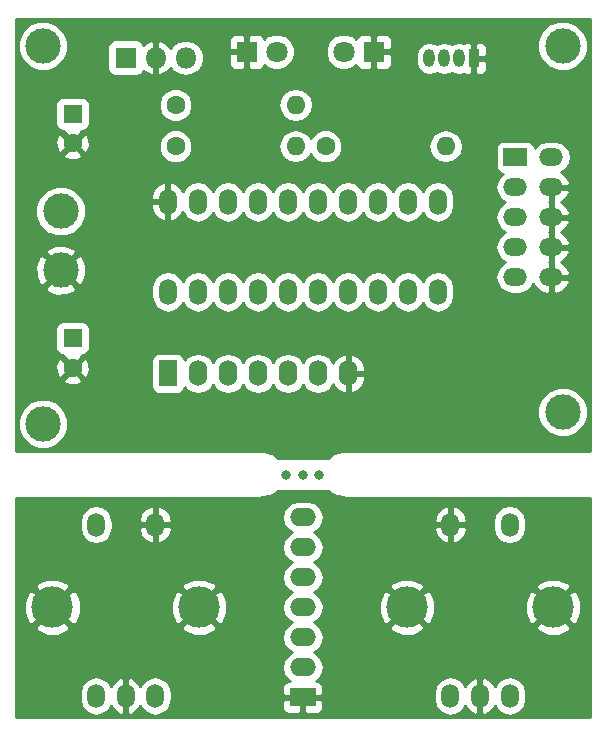
<source format=gbl>
%TF.GenerationSoftware,KiCad,Pcbnew,(2017-10-06 revision 4905bbe50)-master*%
%TF.CreationDate,2017-10-08T14:00:52+03:00*%
%TF.ProjectId,dps5005control,64707335303035636F6E74726F6C2E6B,rev?*%
%TF.SameCoordinates,Original*%
%TF.FileFunction,Copper,L2,Bot,Signal*%
%TF.FilePolarity,Positive*%
%FSLAX46Y46*%
G04 Gerber Fmt 4.6, Leading zero omitted, Abs format (unit mm)*
G04 Created by KiCad (PCBNEW (2017-10-06 revision 4905bbe50)-master) date Sun Oct  8 14:00:52 2017*
%MOMM*%
%LPD*%
G01*
G04 APERTURE LIST*
%TA.AperFunction,ComponentPad*%
%ADD10O,1.600000X1.600000*%
%TD*%
%TA.AperFunction,ComponentPad*%
%ADD11C,1.600000*%
%TD*%
%TA.AperFunction,ComponentPad*%
%ADD12O,2.000000X1.500000*%
%TD*%
%TA.AperFunction,ComponentPad*%
%ADD13R,2.000000X1.500000*%
%TD*%
%TA.AperFunction,ComponentPad*%
%ADD14O,0.949960X1.498600*%
%TD*%
%TA.AperFunction,ComponentPad*%
%ADD15R,0.949960X1.498600*%
%TD*%
%TA.AperFunction,ComponentPad*%
%ADD16C,3.000000*%
%TD*%
%TA.AperFunction,ComponentPad*%
%ADD17C,1.800000*%
%TD*%
%TA.AperFunction,ComponentPad*%
%ADD18R,1.800000X1.800000*%
%TD*%
%TA.AperFunction,ComponentPad*%
%ADD19C,0.800000*%
%TD*%
%TA.AperFunction,ComponentPad*%
%ADD20R,1.600000X1.600000*%
%TD*%
%TA.AperFunction,ComponentPad*%
%ADD21O,1.501140X2.199640*%
%TD*%
%TA.AperFunction,ComponentPad*%
%ADD22O,1.501140X1.998980*%
%TD*%
%TA.AperFunction,ComponentPad*%
%ADD23C,3.500120*%
%TD*%
%TA.AperFunction,ComponentPad*%
%ADD24R,1.524000X2.199640*%
%TD*%
%TA.AperFunction,ComponentPad*%
%ADD25O,1.524000X2.199640*%
%TD*%
%TA.AperFunction,ComponentPad*%
%ADD26O,1.800000X1.800000*%
%TD*%
%TA.AperFunction,ComponentPad*%
%ADD27R,2.199640X1.524000*%
%TD*%
%TA.AperFunction,ComponentPad*%
%ADD28O,2.199640X1.524000*%
%TD*%
%TA.AperFunction,Conductor*%
%ADD29C,0.254000*%
%TD*%
G04 APERTURE END LIST*
D10*
%TO.P,R1,2*%
%TO.N,/RST*%
X189484000Y-68650000D03*
D11*
%TO.P,R1,1*%
%TO.N,/+3.3v*%
X179324000Y-68650000D03*
%TD*%
D12*
%TO.P,P3,9*%
%TO.N,/MISO*%
X195380000Y-79730000D03*
%TO.P,P3,10*%
%TO.N,GND*%
X198420000Y-79730000D03*
%TO.P,P3,8*%
X198420000Y-77190000D03*
%TO.P,P3,7*%
%TO.N,/SCK*%
X195380000Y-77190000D03*
D13*
%TO.P,P3,1*%
%TO.N,/MOSI*%
X195380000Y-69570000D03*
D12*
%TO.P,P3,2*%
%TO.N,/+3.3v*%
X198420000Y-69570000D03*
%TO.P,P3,3*%
%TO.N,Net-(P3-Pad3)*%
X195380000Y-72110000D03*
%TO.P,P3,4*%
%TO.N,GND*%
X198420000Y-72110000D03*
%TO.P,P3,5*%
%TO.N,/RST*%
X195380000Y-74650000D03*
%TO.P,P3,6*%
%TO.N,GND*%
X198420000Y-74650000D03*
%TD*%
D14*
%TO.P,df13-4p-125dsa,4*%
%TO.N,/+3.3v*%
X188117480Y-61214000D03*
%TO.P,df13-4p-125dsa,3*%
%TO.N,/Tx*%
X189367160Y-61214000D03*
%TO.P,df13-4p-125dsa,2*%
%TO.N,/Rx*%
X190616840Y-61214000D03*
D15*
%TO.P,df13-4p-125dsa,1*%
%TO.N,GND*%
X191866520Y-61214000D03*
%TD*%
D16*
%TO.P,P1,1*%
%TO.N,+12V*%
X156900000Y-74150000D03*
%TO.P,P1,2*%
%TO.N,GND*%
X156900000Y-79150000D03*
%TD*%
D17*
%TO.P,D1,2*%
%TO.N,Net-(D1-Pad2)*%
X180860000Y-60650000D03*
D18*
%TO.P,D1,1*%
%TO.N,GND*%
X183400000Y-60650000D03*
%TD*%
D16*
%TO.P,REF\002A\002A,1*%
%TO.N,N/C*%
X155400000Y-92150000D03*
%TD*%
%TO.P,REF\002A\002A,1*%
%TO.N,N/C*%
X199400000Y-91150000D03*
%TD*%
%TO.P,REF\002A\002A,1*%
%TO.N,N/C*%
X199400000Y-60150000D03*
%TD*%
D19*
%TO.P,REF\002A\002A,1*%
%TO.N,N/C*%
X176000000Y-96450000D03*
%TD*%
%TO.P,REF\002A\002A,1*%
%TO.N,N/C*%
X177400000Y-96450000D03*
%TD*%
%TO.P,REF\002A\002A,1*%
%TO.N,N/C*%
X178800000Y-96450000D03*
%TD*%
D11*
%TO.P,C2,2*%
%TO.N,GND*%
X157900000Y-68400000D03*
D20*
%TO.P,C2,1*%
%TO.N,/+3.3v*%
X157900000Y-65900000D03*
%TD*%
D21*
%TO.P,U2,1*%
%TO.N,/RST*%
X188830000Y-73340000D03*
%TO.P,U2,2*%
%TO.N,/Rx*%
X186290000Y-73340000D03*
%TO.P,U2,3*%
%TO.N,/Tx*%
X183750000Y-73340000D03*
%TO.P,U2,4*%
%TO.N,Net-(U2-Pad4)*%
X181210000Y-73340000D03*
%TO.P,U2,5*%
%TO.N,Net-(U2-Pad5)*%
X178670000Y-73340000D03*
%TO.P,U2,6*%
%TO.N,Net-(U2-Pad6)*%
X176130000Y-73340000D03*
%TO.P,U2,7*%
%TO.N,/CC_MODE*%
X173590000Y-73340000D03*
%TO.P,U2,8*%
%TO.N,Net-(U2-Pad8)*%
X171050000Y-73340000D03*
%TO.P,U2,9*%
%TO.N,Net-(U2-Pad9)*%
X168510000Y-73340000D03*
%TO.P,U2,10*%
%TO.N,GND*%
X165970000Y-73340000D03*
%TO.P,U2,11*%
%TO.N,/ENC1_SW*%
X165970000Y-80960000D03*
%TO.P,U2,12*%
%TO.N,/ENC1_A*%
X168510000Y-80960000D03*
%TO.P,U2,13*%
%TO.N,/ENC1_B*%
X171050000Y-80960000D03*
%TO.P,U2,14*%
%TO.N,/ENC2_SW*%
X173590000Y-80960000D03*
%TO.P,U2,15*%
%TO.N,/ENC2_A*%
X176130000Y-80960000D03*
%TO.P,U2,16*%
%TO.N,/ENC2_B*%
X178670000Y-80960000D03*
%TO.P,U2,17*%
%TO.N,/MOSI*%
X181210000Y-80960000D03*
%TO.P,U2,18*%
%TO.N,/MISO*%
X183750000Y-80960000D03*
%TO.P,U2,19*%
%TO.N,/SCK*%
X186290000Y-80960000D03*
%TO.P,U2,20*%
%TO.N,/+3.3v*%
X188830000Y-80960000D03*
%TD*%
D22*
%TO.P,ENC1,1*%
%TO.N,/_ENC1_A*%
X159900640Y-115193420D03*
%TO.P,ENC1,2*%
%TO.N,/GND*%
X162400000Y-115193420D03*
%TO.P,ENC1,3*%
%TO.N,/_ENC1_B*%
X164899360Y-115193420D03*
D23*
%TO.P,ENC1,*%
%TO.N,/GND*%
X156199860Y-107692800D03*
X168600140Y-107692800D03*
D22*
%TO.P,ENC1,5*%
%TO.N,/_ENC1_SW*%
X159900640Y-100692560D03*
%TO.P,ENC1,4*%
%TO.N,/GND*%
X164899360Y-100692560D03*
%TD*%
D24*
%TO.P,P4,1*%
%TO.N,/ENC1_SW*%
X165989000Y-87884000D03*
D25*
%TO.P,P4,2*%
%TO.N,/ENC1_A*%
X168529000Y-87884000D03*
%TO.P,P4,3*%
%TO.N,/ENC1_B*%
X171069000Y-87884000D03*
%TO.P,P4,4*%
%TO.N,/ENC2_SW*%
X173609000Y-87884000D03*
%TO.P,P4,5*%
%TO.N,/ENC2_A*%
X176149000Y-87884000D03*
%TO.P,P4,6*%
%TO.N,/ENC2_B*%
X178689000Y-87884000D03*
%TO.P,P4,7*%
%TO.N,GND*%
X181229000Y-87884000D03*
%TD*%
D20*
%TO.P,C1,1*%
%TO.N,+12V*%
X157900000Y-84900000D03*
D11*
%TO.P,C1,2*%
%TO.N,GND*%
X157900000Y-87400000D03*
%TD*%
D10*
%TO.P,R3,2*%
%TO.N,/+3.3v*%
X176784000Y-65150000D03*
D11*
%TO.P,R3,1*%
%TO.N,Net-(D2-Pad2)*%
X166624000Y-65150000D03*
%TD*%
D26*
%TO.P,U1,3*%
%TO.N,/+3.3v*%
X167480000Y-61150000D03*
%TO.P,U1,2*%
%TO.N,GND*%
X164940000Y-61150000D03*
D18*
%TO.P,U1,1*%
%TO.N,+12V*%
X162400000Y-61150000D03*
%TD*%
D16*
%TO.P,REF\002A\002A,1*%
%TO.N,N/C*%
X155400000Y-60150000D03*
%TD*%
D11*
%TO.P,R2,1*%
%TO.N,Net-(D1-Pad2)*%
X166624000Y-68650000D03*
D10*
%TO.P,R2,2*%
%TO.N,/CC_MODE*%
X176784000Y-68650000D03*
%TD*%
D17*
%TO.P,D2,2*%
%TO.N,Net-(D2-Pad2)*%
X175190000Y-60650000D03*
D18*
%TO.P,D2,1*%
%TO.N,GND*%
X172650000Y-60650000D03*
%TD*%
D22*
%TO.P,ENC2,4*%
%TO.N,/_ENC2_SW*%
X194899360Y-100692560D03*
%TO.P,ENC2,5*%
%TO.N,/GND*%
X189900640Y-100692560D03*
D23*
%TO.P,ENC2,*%
X198600140Y-107692800D03*
X186199860Y-107692800D03*
D22*
%TO.P,ENC2,3*%
%TO.N,/_ENC2_A*%
X194899360Y-115193420D03*
%TO.P,ENC2,2*%
%TO.N,/GND*%
X192400000Y-115193420D03*
%TO.P,ENC2,1*%
%TO.N,/_ENC2_B*%
X189900640Y-115193420D03*
%TD*%
D27*
%TO.P,P1,1*%
%TO.N,/GND*%
X177400000Y-115312800D03*
D28*
%TO.P,P1,2*%
%TO.N,/_ENC2_B*%
X177400000Y-112772800D03*
%TO.P,P1,3*%
%TO.N,/_ENC2_A*%
X177400000Y-110232800D03*
%TO.P,P1,4*%
%TO.N,/_ENC2_SW*%
X177400000Y-107692800D03*
%TO.P,P1,5*%
%TO.N,/_ENC1_B*%
X177400000Y-105152800D03*
%TO.P,P1,6*%
%TO.N,/_ENC1_A*%
X177400000Y-102612800D03*
%TO.P,P1,7*%
%TO.N,/_ENC1_SW*%
X177400000Y-100072800D03*
%TD*%
D29*
%TO.N,/GND*%
G36*
X179606320Y-97906770D02*
X180018337Y-98182071D01*
X180146308Y-98235078D01*
X180274278Y-98288085D01*
X180760285Y-98384757D01*
X180830213Y-98384757D01*
X180898800Y-98398400D01*
X201702600Y-98398400D01*
X201702600Y-116968200D01*
X153110000Y-116968200D01*
X153110000Y-114912478D01*
X158515070Y-114912478D01*
X158515070Y-115474362D01*
X158620540Y-116004597D01*
X158920894Y-116454108D01*
X159370405Y-116754462D01*
X159900640Y-116859932D01*
X160430875Y-116754462D01*
X160880386Y-116454108D01*
X161147277Y-116054677D01*
X161150159Y-116065253D01*
X161483676Y-116496130D01*
X161956695Y-116766577D01*
X162058725Y-116785223D01*
X162273000Y-116662569D01*
X162273000Y-115320420D01*
X162253000Y-115320420D01*
X162253000Y-115066420D01*
X162273000Y-115066420D01*
X162273000Y-113724271D01*
X162527000Y-113724271D01*
X162527000Y-115066420D01*
X162547000Y-115066420D01*
X162547000Y-115320420D01*
X162527000Y-115320420D01*
X162527000Y-116662569D01*
X162741275Y-116785223D01*
X162843305Y-116766577D01*
X163316324Y-116496130D01*
X163649841Y-116065253D01*
X163652723Y-116054677D01*
X163919614Y-116454108D01*
X164369125Y-116754462D01*
X164899360Y-116859932D01*
X165429595Y-116754462D01*
X165879106Y-116454108D01*
X166179460Y-116004597D01*
X166260227Y-115598550D01*
X175665180Y-115598550D01*
X175665180Y-116201109D01*
X175761853Y-116434498D01*
X175940481Y-116613127D01*
X176173870Y-116709800D01*
X177114250Y-116709800D01*
X177273000Y-116551050D01*
X177273000Y-115439800D01*
X177527000Y-115439800D01*
X177527000Y-116551050D01*
X177685750Y-116709800D01*
X178626130Y-116709800D01*
X178859519Y-116613127D01*
X179038147Y-116434498D01*
X179134820Y-116201109D01*
X179134820Y-115598550D01*
X178976070Y-115439800D01*
X177527000Y-115439800D01*
X177273000Y-115439800D01*
X175823930Y-115439800D01*
X175665180Y-115598550D01*
X166260227Y-115598550D01*
X166284930Y-115474362D01*
X166284930Y-114912478D01*
X166179460Y-114382243D01*
X165879106Y-113932732D01*
X165429595Y-113632378D01*
X164899360Y-113526908D01*
X164369125Y-113632378D01*
X163919614Y-113932732D01*
X163652723Y-114332163D01*
X163649841Y-114321587D01*
X163316324Y-113890710D01*
X162843305Y-113620263D01*
X162741275Y-113601617D01*
X162527000Y-113724271D01*
X162273000Y-113724271D01*
X162058725Y-113601617D01*
X161956695Y-113620263D01*
X161483676Y-113890710D01*
X161150159Y-114321587D01*
X161147277Y-114332163D01*
X160880386Y-113932732D01*
X160430875Y-113632378D01*
X159900640Y-113526908D01*
X159370405Y-113632378D01*
X158920894Y-113932732D01*
X158620540Y-114382243D01*
X158515070Y-114912478D01*
X153110000Y-114912478D01*
X153110000Y-109387371D01*
X154684894Y-109387371D01*
X154875188Y-109732119D01*
X155756436Y-110083815D01*
X156705192Y-110071501D01*
X157524532Y-109732119D01*
X157714826Y-109387371D01*
X167085174Y-109387371D01*
X167275468Y-109732119D01*
X168156716Y-110083815D01*
X169105472Y-110071501D01*
X169924812Y-109732119D01*
X170115106Y-109387371D01*
X168600140Y-107872405D01*
X167085174Y-109387371D01*
X157714826Y-109387371D01*
X156199860Y-107872405D01*
X154684894Y-109387371D01*
X153110000Y-109387371D01*
X153110000Y-107249376D01*
X153808845Y-107249376D01*
X153821159Y-108198132D01*
X154160541Y-109017472D01*
X154505289Y-109207766D01*
X156020255Y-107692800D01*
X156379465Y-107692800D01*
X157894431Y-109207766D01*
X158239179Y-109017472D01*
X158590875Y-108136224D01*
X158579365Y-107249376D01*
X166209125Y-107249376D01*
X166221439Y-108198132D01*
X166560821Y-109017472D01*
X166905569Y-109207766D01*
X168420535Y-107692800D01*
X168779745Y-107692800D01*
X170294711Y-109207766D01*
X170639459Y-109017472D01*
X170991155Y-108136224D01*
X170978841Y-107187468D01*
X170639459Y-106368128D01*
X170294711Y-106177834D01*
X168779745Y-107692800D01*
X168420535Y-107692800D01*
X166905569Y-106177834D01*
X166560821Y-106368128D01*
X166209125Y-107249376D01*
X158579365Y-107249376D01*
X158578561Y-107187468D01*
X158239179Y-106368128D01*
X157894431Y-106177834D01*
X156379465Y-107692800D01*
X156020255Y-107692800D01*
X154505289Y-106177834D01*
X154160541Y-106368128D01*
X153808845Y-107249376D01*
X153110000Y-107249376D01*
X153110000Y-105998229D01*
X154684894Y-105998229D01*
X156199860Y-107513195D01*
X157714826Y-105998229D01*
X167085174Y-105998229D01*
X168600140Y-107513195D01*
X170115106Y-105998229D01*
X169924812Y-105653481D01*
X169043564Y-105301785D01*
X168094808Y-105314099D01*
X167275468Y-105653481D01*
X167085174Y-105998229D01*
X157714826Y-105998229D01*
X157524532Y-105653481D01*
X156643284Y-105301785D01*
X155694528Y-105314099D01*
X154875188Y-105653481D01*
X154684894Y-105998229D01*
X153110000Y-105998229D01*
X153110000Y-100411618D01*
X158515070Y-100411618D01*
X158515070Y-100973502D01*
X158620540Y-101503737D01*
X158920894Y-101953248D01*
X159370405Y-102253602D01*
X159900640Y-102359072D01*
X160430875Y-102253602D01*
X160880386Y-101953248D01*
X161180740Y-101503737D01*
X161273244Y-101038683D01*
X163506279Y-101038683D01*
X163649519Y-101564393D01*
X163983036Y-101995270D01*
X164456055Y-102265717D01*
X164558085Y-102284363D01*
X164772360Y-102161709D01*
X164772360Y-100819560D01*
X165026360Y-100819560D01*
X165026360Y-102161709D01*
X165240635Y-102284363D01*
X165342665Y-102265717D01*
X165815684Y-101995270D01*
X166149201Y-101564393D01*
X166292441Y-101038683D01*
X166131746Y-100819560D01*
X165026360Y-100819560D01*
X164772360Y-100819560D01*
X163666974Y-100819560D01*
X163506279Y-101038683D01*
X161273244Y-101038683D01*
X161286210Y-100973502D01*
X161286210Y-100411618D01*
X161273245Y-100346437D01*
X163506279Y-100346437D01*
X163666974Y-100565560D01*
X164772360Y-100565560D01*
X164772360Y-99223411D01*
X165026360Y-99223411D01*
X165026360Y-100565560D01*
X166131746Y-100565560D01*
X166292441Y-100346437D01*
X166217884Y-100072800D01*
X175631193Y-100072800D01*
X175737533Y-100607409D01*
X176040365Y-101060628D01*
X176462664Y-101342800D01*
X176040365Y-101624972D01*
X175737533Y-102078191D01*
X175631193Y-102612800D01*
X175737533Y-103147409D01*
X176040365Y-103600628D01*
X176462664Y-103882800D01*
X176040365Y-104164972D01*
X175737533Y-104618191D01*
X175631193Y-105152800D01*
X175737533Y-105687409D01*
X176040365Y-106140628D01*
X176462664Y-106422800D01*
X176040365Y-106704972D01*
X175737533Y-107158191D01*
X175631193Y-107692800D01*
X175737533Y-108227409D01*
X176040365Y-108680628D01*
X176462664Y-108962800D01*
X176040365Y-109244972D01*
X175737533Y-109698191D01*
X175631193Y-110232800D01*
X175737533Y-110767409D01*
X176040365Y-111220628D01*
X176462664Y-111502800D01*
X176040365Y-111784972D01*
X175737533Y-112238191D01*
X175631193Y-112772800D01*
X175737533Y-113307409D01*
X176040365Y-113760628D01*
X176272596Y-113915800D01*
X176173870Y-113915800D01*
X175940481Y-114012473D01*
X175761853Y-114191102D01*
X175665180Y-114424491D01*
X175665180Y-115027050D01*
X175823930Y-115185800D01*
X177273000Y-115185800D01*
X177273000Y-115165800D01*
X177527000Y-115165800D01*
X177527000Y-115185800D01*
X178976070Y-115185800D01*
X179134820Y-115027050D01*
X179134820Y-114912478D01*
X188515070Y-114912478D01*
X188515070Y-115474362D01*
X188620540Y-116004597D01*
X188920894Y-116454108D01*
X189370405Y-116754462D01*
X189900640Y-116859932D01*
X190430875Y-116754462D01*
X190880386Y-116454108D01*
X191147277Y-116054677D01*
X191150159Y-116065253D01*
X191483676Y-116496130D01*
X191956695Y-116766577D01*
X192058725Y-116785223D01*
X192273000Y-116662569D01*
X192273000Y-115320420D01*
X192253000Y-115320420D01*
X192253000Y-115066420D01*
X192273000Y-115066420D01*
X192273000Y-113724271D01*
X192527000Y-113724271D01*
X192527000Y-115066420D01*
X192547000Y-115066420D01*
X192547000Y-115320420D01*
X192527000Y-115320420D01*
X192527000Y-116662569D01*
X192741275Y-116785223D01*
X192843305Y-116766577D01*
X193316324Y-116496130D01*
X193649841Y-116065253D01*
X193652723Y-116054677D01*
X193919614Y-116454108D01*
X194369125Y-116754462D01*
X194899360Y-116859932D01*
X195429595Y-116754462D01*
X195879106Y-116454108D01*
X196179460Y-116004597D01*
X196284930Y-115474362D01*
X196284930Y-114912478D01*
X196179460Y-114382243D01*
X195879106Y-113932732D01*
X195429595Y-113632378D01*
X194899360Y-113526908D01*
X194369125Y-113632378D01*
X193919614Y-113932732D01*
X193652723Y-114332163D01*
X193649841Y-114321587D01*
X193316324Y-113890710D01*
X192843305Y-113620263D01*
X192741275Y-113601617D01*
X192527000Y-113724271D01*
X192273000Y-113724271D01*
X192058725Y-113601617D01*
X191956695Y-113620263D01*
X191483676Y-113890710D01*
X191150159Y-114321587D01*
X191147277Y-114332163D01*
X190880386Y-113932732D01*
X190430875Y-113632378D01*
X189900640Y-113526908D01*
X189370405Y-113632378D01*
X188920894Y-113932732D01*
X188620540Y-114382243D01*
X188515070Y-114912478D01*
X179134820Y-114912478D01*
X179134820Y-114424491D01*
X179038147Y-114191102D01*
X178859519Y-114012473D01*
X178626130Y-113915800D01*
X178527404Y-113915800D01*
X178759635Y-113760628D01*
X179062467Y-113307409D01*
X179168807Y-112772800D01*
X179062467Y-112238191D01*
X178759635Y-111784972D01*
X178337336Y-111502800D01*
X178759635Y-111220628D01*
X179062467Y-110767409D01*
X179168807Y-110232800D01*
X179062467Y-109698191D01*
X178854784Y-109387371D01*
X184684894Y-109387371D01*
X184875188Y-109732119D01*
X185756436Y-110083815D01*
X186705192Y-110071501D01*
X187524532Y-109732119D01*
X187714826Y-109387371D01*
X197085174Y-109387371D01*
X197275468Y-109732119D01*
X198156716Y-110083815D01*
X199105472Y-110071501D01*
X199924812Y-109732119D01*
X200115106Y-109387371D01*
X198600140Y-107872405D01*
X197085174Y-109387371D01*
X187714826Y-109387371D01*
X186199860Y-107872405D01*
X184684894Y-109387371D01*
X178854784Y-109387371D01*
X178759635Y-109244972D01*
X178337336Y-108962800D01*
X178759635Y-108680628D01*
X179062467Y-108227409D01*
X179168807Y-107692800D01*
X179080605Y-107249376D01*
X183808845Y-107249376D01*
X183821159Y-108198132D01*
X184160541Y-109017472D01*
X184505289Y-109207766D01*
X186020255Y-107692800D01*
X186379465Y-107692800D01*
X187894431Y-109207766D01*
X188239179Y-109017472D01*
X188590875Y-108136224D01*
X188579365Y-107249376D01*
X196209125Y-107249376D01*
X196221439Y-108198132D01*
X196560821Y-109017472D01*
X196905569Y-109207766D01*
X198420535Y-107692800D01*
X198779745Y-107692800D01*
X200294711Y-109207766D01*
X200639459Y-109017472D01*
X200991155Y-108136224D01*
X200978841Y-107187468D01*
X200639459Y-106368128D01*
X200294711Y-106177834D01*
X198779745Y-107692800D01*
X198420535Y-107692800D01*
X196905569Y-106177834D01*
X196560821Y-106368128D01*
X196209125Y-107249376D01*
X188579365Y-107249376D01*
X188578561Y-107187468D01*
X188239179Y-106368128D01*
X187894431Y-106177834D01*
X186379465Y-107692800D01*
X186020255Y-107692800D01*
X184505289Y-106177834D01*
X184160541Y-106368128D01*
X183808845Y-107249376D01*
X179080605Y-107249376D01*
X179062467Y-107158191D01*
X178759635Y-106704972D01*
X178337336Y-106422800D01*
X178759635Y-106140628D01*
X178854783Y-105998229D01*
X184684894Y-105998229D01*
X186199860Y-107513195D01*
X187714826Y-105998229D01*
X197085174Y-105998229D01*
X198600140Y-107513195D01*
X200115106Y-105998229D01*
X199924812Y-105653481D01*
X199043564Y-105301785D01*
X198094808Y-105314099D01*
X197275468Y-105653481D01*
X197085174Y-105998229D01*
X187714826Y-105998229D01*
X187524532Y-105653481D01*
X186643284Y-105301785D01*
X185694528Y-105314099D01*
X184875188Y-105653481D01*
X184684894Y-105998229D01*
X178854783Y-105998229D01*
X179062467Y-105687409D01*
X179168807Y-105152800D01*
X179062467Y-104618191D01*
X178759635Y-104164972D01*
X178337336Y-103882800D01*
X178759635Y-103600628D01*
X179062467Y-103147409D01*
X179168807Y-102612800D01*
X179062467Y-102078191D01*
X178759635Y-101624972D01*
X178337336Y-101342800D01*
X178759635Y-101060628D01*
X178774298Y-101038683D01*
X188507559Y-101038683D01*
X188650799Y-101564393D01*
X188984316Y-101995270D01*
X189457335Y-102265717D01*
X189559365Y-102284363D01*
X189773640Y-102161709D01*
X189773640Y-100819560D01*
X190027640Y-100819560D01*
X190027640Y-102161709D01*
X190241915Y-102284363D01*
X190343945Y-102265717D01*
X190816964Y-101995270D01*
X191150481Y-101564393D01*
X191293721Y-101038683D01*
X191133026Y-100819560D01*
X190027640Y-100819560D01*
X189773640Y-100819560D01*
X188668254Y-100819560D01*
X188507559Y-101038683D01*
X178774298Y-101038683D01*
X179062467Y-100607409D01*
X179114377Y-100346437D01*
X188507559Y-100346437D01*
X188668254Y-100565560D01*
X189773640Y-100565560D01*
X189773640Y-99223411D01*
X190027640Y-99223411D01*
X190027640Y-100565560D01*
X191133026Y-100565560D01*
X191245920Y-100411618D01*
X193513790Y-100411618D01*
X193513790Y-100973502D01*
X193619260Y-101503737D01*
X193919614Y-101953248D01*
X194369125Y-102253602D01*
X194899360Y-102359072D01*
X195429595Y-102253602D01*
X195879106Y-101953248D01*
X196179460Y-101503737D01*
X196284930Y-100973502D01*
X196284930Y-100411618D01*
X196179460Y-99881383D01*
X195879106Y-99431872D01*
X195429595Y-99131518D01*
X194899360Y-99026048D01*
X194369125Y-99131518D01*
X193919614Y-99431872D01*
X193619260Y-99881383D01*
X193513790Y-100411618D01*
X191245920Y-100411618D01*
X191293721Y-100346437D01*
X191150481Y-99820727D01*
X190816964Y-99389850D01*
X190343945Y-99119403D01*
X190241915Y-99100757D01*
X190027640Y-99223411D01*
X189773640Y-99223411D01*
X189559365Y-99100757D01*
X189457335Y-99119403D01*
X188984316Y-99389850D01*
X188650799Y-99820727D01*
X188507559Y-100346437D01*
X179114377Y-100346437D01*
X179168807Y-100072800D01*
X179062467Y-99538191D01*
X178759635Y-99084972D01*
X178306416Y-98782140D01*
X177771807Y-98675800D01*
X177028193Y-98675800D01*
X176493584Y-98782140D01*
X176040365Y-99084972D01*
X175737533Y-99538191D01*
X175631193Y-100072800D01*
X166217884Y-100072800D01*
X166149201Y-99820727D01*
X165815684Y-99389850D01*
X165342665Y-99119403D01*
X165240635Y-99100757D01*
X165026360Y-99223411D01*
X164772360Y-99223411D01*
X164558085Y-99100757D01*
X164456055Y-99119403D01*
X163983036Y-99389850D01*
X163649519Y-99820727D01*
X163506279Y-100346437D01*
X161273245Y-100346437D01*
X161180740Y-99881383D01*
X160880386Y-99431872D01*
X160430875Y-99131518D01*
X159900640Y-99026048D01*
X159370405Y-99131518D01*
X158920894Y-99431872D01*
X158620540Y-99881383D01*
X158515070Y-100411618D01*
X153110000Y-100411618D01*
X153110000Y-98398400D01*
X173888400Y-98398400D01*
X173956984Y-98384758D01*
X174026914Y-98384758D01*
X174512922Y-98288085D01*
X174662848Y-98225983D01*
X174768862Y-98182071D01*
X175180880Y-97906770D01*
X175267850Y-97819800D01*
X179519350Y-97819800D01*
X179606320Y-97906770D01*
X179606320Y-97906770D01*
G37*
X179606320Y-97906770D02*
X180018337Y-98182071D01*
X180146308Y-98235078D01*
X180274278Y-98288085D01*
X180760285Y-98384757D01*
X180830213Y-98384757D01*
X180898800Y-98398400D01*
X201702600Y-98398400D01*
X201702600Y-116968200D01*
X153110000Y-116968200D01*
X153110000Y-114912478D01*
X158515070Y-114912478D01*
X158515070Y-115474362D01*
X158620540Y-116004597D01*
X158920894Y-116454108D01*
X159370405Y-116754462D01*
X159900640Y-116859932D01*
X160430875Y-116754462D01*
X160880386Y-116454108D01*
X161147277Y-116054677D01*
X161150159Y-116065253D01*
X161483676Y-116496130D01*
X161956695Y-116766577D01*
X162058725Y-116785223D01*
X162273000Y-116662569D01*
X162273000Y-115320420D01*
X162253000Y-115320420D01*
X162253000Y-115066420D01*
X162273000Y-115066420D01*
X162273000Y-113724271D01*
X162527000Y-113724271D01*
X162527000Y-115066420D01*
X162547000Y-115066420D01*
X162547000Y-115320420D01*
X162527000Y-115320420D01*
X162527000Y-116662569D01*
X162741275Y-116785223D01*
X162843305Y-116766577D01*
X163316324Y-116496130D01*
X163649841Y-116065253D01*
X163652723Y-116054677D01*
X163919614Y-116454108D01*
X164369125Y-116754462D01*
X164899360Y-116859932D01*
X165429595Y-116754462D01*
X165879106Y-116454108D01*
X166179460Y-116004597D01*
X166260227Y-115598550D01*
X175665180Y-115598550D01*
X175665180Y-116201109D01*
X175761853Y-116434498D01*
X175940481Y-116613127D01*
X176173870Y-116709800D01*
X177114250Y-116709800D01*
X177273000Y-116551050D01*
X177273000Y-115439800D01*
X177527000Y-115439800D01*
X177527000Y-116551050D01*
X177685750Y-116709800D01*
X178626130Y-116709800D01*
X178859519Y-116613127D01*
X179038147Y-116434498D01*
X179134820Y-116201109D01*
X179134820Y-115598550D01*
X178976070Y-115439800D01*
X177527000Y-115439800D01*
X177273000Y-115439800D01*
X175823930Y-115439800D01*
X175665180Y-115598550D01*
X166260227Y-115598550D01*
X166284930Y-115474362D01*
X166284930Y-114912478D01*
X166179460Y-114382243D01*
X165879106Y-113932732D01*
X165429595Y-113632378D01*
X164899360Y-113526908D01*
X164369125Y-113632378D01*
X163919614Y-113932732D01*
X163652723Y-114332163D01*
X163649841Y-114321587D01*
X163316324Y-113890710D01*
X162843305Y-113620263D01*
X162741275Y-113601617D01*
X162527000Y-113724271D01*
X162273000Y-113724271D01*
X162058725Y-113601617D01*
X161956695Y-113620263D01*
X161483676Y-113890710D01*
X161150159Y-114321587D01*
X161147277Y-114332163D01*
X160880386Y-113932732D01*
X160430875Y-113632378D01*
X159900640Y-113526908D01*
X159370405Y-113632378D01*
X158920894Y-113932732D01*
X158620540Y-114382243D01*
X158515070Y-114912478D01*
X153110000Y-114912478D01*
X153110000Y-109387371D01*
X154684894Y-109387371D01*
X154875188Y-109732119D01*
X155756436Y-110083815D01*
X156705192Y-110071501D01*
X157524532Y-109732119D01*
X157714826Y-109387371D01*
X167085174Y-109387371D01*
X167275468Y-109732119D01*
X168156716Y-110083815D01*
X169105472Y-110071501D01*
X169924812Y-109732119D01*
X170115106Y-109387371D01*
X168600140Y-107872405D01*
X167085174Y-109387371D01*
X157714826Y-109387371D01*
X156199860Y-107872405D01*
X154684894Y-109387371D01*
X153110000Y-109387371D01*
X153110000Y-107249376D01*
X153808845Y-107249376D01*
X153821159Y-108198132D01*
X154160541Y-109017472D01*
X154505289Y-109207766D01*
X156020255Y-107692800D01*
X156379465Y-107692800D01*
X157894431Y-109207766D01*
X158239179Y-109017472D01*
X158590875Y-108136224D01*
X158579365Y-107249376D01*
X166209125Y-107249376D01*
X166221439Y-108198132D01*
X166560821Y-109017472D01*
X166905569Y-109207766D01*
X168420535Y-107692800D01*
X168779745Y-107692800D01*
X170294711Y-109207766D01*
X170639459Y-109017472D01*
X170991155Y-108136224D01*
X170978841Y-107187468D01*
X170639459Y-106368128D01*
X170294711Y-106177834D01*
X168779745Y-107692800D01*
X168420535Y-107692800D01*
X166905569Y-106177834D01*
X166560821Y-106368128D01*
X166209125Y-107249376D01*
X158579365Y-107249376D01*
X158578561Y-107187468D01*
X158239179Y-106368128D01*
X157894431Y-106177834D01*
X156379465Y-107692800D01*
X156020255Y-107692800D01*
X154505289Y-106177834D01*
X154160541Y-106368128D01*
X153808845Y-107249376D01*
X153110000Y-107249376D01*
X153110000Y-105998229D01*
X154684894Y-105998229D01*
X156199860Y-107513195D01*
X157714826Y-105998229D01*
X167085174Y-105998229D01*
X168600140Y-107513195D01*
X170115106Y-105998229D01*
X169924812Y-105653481D01*
X169043564Y-105301785D01*
X168094808Y-105314099D01*
X167275468Y-105653481D01*
X167085174Y-105998229D01*
X157714826Y-105998229D01*
X157524532Y-105653481D01*
X156643284Y-105301785D01*
X155694528Y-105314099D01*
X154875188Y-105653481D01*
X154684894Y-105998229D01*
X153110000Y-105998229D01*
X153110000Y-100411618D01*
X158515070Y-100411618D01*
X158515070Y-100973502D01*
X158620540Y-101503737D01*
X158920894Y-101953248D01*
X159370405Y-102253602D01*
X159900640Y-102359072D01*
X160430875Y-102253602D01*
X160880386Y-101953248D01*
X161180740Y-101503737D01*
X161273244Y-101038683D01*
X163506279Y-101038683D01*
X163649519Y-101564393D01*
X163983036Y-101995270D01*
X164456055Y-102265717D01*
X164558085Y-102284363D01*
X164772360Y-102161709D01*
X164772360Y-100819560D01*
X165026360Y-100819560D01*
X165026360Y-102161709D01*
X165240635Y-102284363D01*
X165342665Y-102265717D01*
X165815684Y-101995270D01*
X166149201Y-101564393D01*
X166292441Y-101038683D01*
X166131746Y-100819560D01*
X165026360Y-100819560D01*
X164772360Y-100819560D01*
X163666974Y-100819560D01*
X163506279Y-101038683D01*
X161273244Y-101038683D01*
X161286210Y-100973502D01*
X161286210Y-100411618D01*
X161273245Y-100346437D01*
X163506279Y-100346437D01*
X163666974Y-100565560D01*
X164772360Y-100565560D01*
X164772360Y-99223411D01*
X165026360Y-99223411D01*
X165026360Y-100565560D01*
X166131746Y-100565560D01*
X166292441Y-100346437D01*
X166217884Y-100072800D01*
X175631193Y-100072800D01*
X175737533Y-100607409D01*
X176040365Y-101060628D01*
X176462664Y-101342800D01*
X176040365Y-101624972D01*
X175737533Y-102078191D01*
X175631193Y-102612800D01*
X175737533Y-103147409D01*
X176040365Y-103600628D01*
X176462664Y-103882800D01*
X176040365Y-104164972D01*
X175737533Y-104618191D01*
X175631193Y-105152800D01*
X175737533Y-105687409D01*
X176040365Y-106140628D01*
X176462664Y-106422800D01*
X176040365Y-106704972D01*
X175737533Y-107158191D01*
X175631193Y-107692800D01*
X175737533Y-108227409D01*
X176040365Y-108680628D01*
X176462664Y-108962800D01*
X176040365Y-109244972D01*
X175737533Y-109698191D01*
X175631193Y-110232800D01*
X175737533Y-110767409D01*
X176040365Y-111220628D01*
X176462664Y-111502800D01*
X176040365Y-111784972D01*
X175737533Y-112238191D01*
X175631193Y-112772800D01*
X175737533Y-113307409D01*
X176040365Y-113760628D01*
X176272596Y-113915800D01*
X176173870Y-113915800D01*
X175940481Y-114012473D01*
X175761853Y-114191102D01*
X175665180Y-114424491D01*
X175665180Y-115027050D01*
X175823930Y-115185800D01*
X177273000Y-115185800D01*
X177273000Y-115165800D01*
X177527000Y-115165800D01*
X177527000Y-115185800D01*
X178976070Y-115185800D01*
X179134820Y-115027050D01*
X179134820Y-114912478D01*
X188515070Y-114912478D01*
X188515070Y-115474362D01*
X188620540Y-116004597D01*
X188920894Y-116454108D01*
X189370405Y-116754462D01*
X189900640Y-116859932D01*
X190430875Y-116754462D01*
X190880386Y-116454108D01*
X191147277Y-116054677D01*
X191150159Y-116065253D01*
X191483676Y-116496130D01*
X191956695Y-116766577D01*
X192058725Y-116785223D01*
X192273000Y-116662569D01*
X192273000Y-115320420D01*
X192253000Y-115320420D01*
X192253000Y-115066420D01*
X192273000Y-115066420D01*
X192273000Y-113724271D01*
X192527000Y-113724271D01*
X192527000Y-115066420D01*
X192547000Y-115066420D01*
X192547000Y-115320420D01*
X192527000Y-115320420D01*
X192527000Y-116662569D01*
X192741275Y-116785223D01*
X192843305Y-116766577D01*
X193316324Y-116496130D01*
X193649841Y-116065253D01*
X193652723Y-116054677D01*
X193919614Y-116454108D01*
X194369125Y-116754462D01*
X194899360Y-116859932D01*
X195429595Y-116754462D01*
X195879106Y-116454108D01*
X196179460Y-116004597D01*
X196284930Y-115474362D01*
X196284930Y-114912478D01*
X196179460Y-114382243D01*
X195879106Y-113932732D01*
X195429595Y-113632378D01*
X194899360Y-113526908D01*
X194369125Y-113632378D01*
X193919614Y-113932732D01*
X193652723Y-114332163D01*
X193649841Y-114321587D01*
X193316324Y-113890710D01*
X192843305Y-113620263D01*
X192741275Y-113601617D01*
X192527000Y-113724271D01*
X192273000Y-113724271D01*
X192058725Y-113601617D01*
X191956695Y-113620263D01*
X191483676Y-113890710D01*
X191150159Y-114321587D01*
X191147277Y-114332163D01*
X190880386Y-113932732D01*
X190430875Y-113632378D01*
X189900640Y-113526908D01*
X189370405Y-113632378D01*
X188920894Y-113932732D01*
X188620540Y-114382243D01*
X188515070Y-114912478D01*
X179134820Y-114912478D01*
X179134820Y-114424491D01*
X179038147Y-114191102D01*
X178859519Y-114012473D01*
X178626130Y-113915800D01*
X178527404Y-113915800D01*
X178759635Y-113760628D01*
X179062467Y-113307409D01*
X179168807Y-112772800D01*
X179062467Y-112238191D01*
X178759635Y-111784972D01*
X178337336Y-111502800D01*
X178759635Y-111220628D01*
X179062467Y-110767409D01*
X179168807Y-110232800D01*
X179062467Y-109698191D01*
X178854784Y-109387371D01*
X184684894Y-109387371D01*
X184875188Y-109732119D01*
X185756436Y-110083815D01*
X186705192Y-110071501D01*
X187524532Y-109732119D01*
X187714826Y-109387371D01*
X197085174Y-109387371D01*
X197275468Y-109732119D01*
X198156716Y-110083815D01*
X199105472Y-110071501D01*
X199924812Y-109732119D01*
X200115106Y-109387371D01*
X198600140Y-107872405D01*
X197085174Y-109387371D01*
X187714826Y-109387371D01*
X186199860Y-107872405D01*
X184684894Y-109387371D01*
X178854784Y-109387371D01*
X178759635Y-109244972D01*
X178337336Y-108962800D01*
X178759635Y-108680628D01*
X179062467Y-108227409D01*
X179168807Y-107692800D01*
X179080605Y-107249376D01*
X183808845Y-107249376D01*
X183821159Y-108198132D01*
X184160541Y-109017472D01*
X184505289Y-109207766D01*
X186020255Y-107692800D01*
X186379465Y-107692800D01*
X187894431Y-109207766D01*
X188239179Y-109017472D01*
X188590875Y-108136224D01*
X188579365Y-107249376D01*
X196209125Y-107249376D01*
X196221439Y-108198132D01*
X196560821Y-109017472D01*
X196905569Y-109207766D01*
X198420535Y-107692800D01*
X198779745Y-107692800D01*
X200294711Y-109207766D01*
X200639459Y-109017472D01*
X200991155Y-108136224D01*
X200978841Y-107187468D01*
X200639459Y-106368128D01*
X200294711Y-106177834D01*
X198779745Y-107692800D01*
X198420535Y-107692800D01*
X196905569Y-106177834D01*
X196560821Y-106368128D01*
X196209125Y-107249376D01*
X188579365Y-107249376D01*
X188578561Y-107187468D01*
X188239179Y-106368128D01*
X187894431Y-106177834D01*
X186379465Y-107692800D01*
X186020255Y-107692800D01*
X184505289Y-106177834D01*
X184160541Y-106368128D01*
X183808845Y-107249376D01*
X179080605Y-107249376D01*
X179062467Y-107158191D01*
X178759635Y-106704972D01*
X178337336Y-106422800D01*
X178759635Y-106140628D01*
X178854783Y-105998229D01*
X184684894Y-105998229D01*
X186199860Y-107513195D01*
X187714826Y-105998229D01*
X197085174Y-105998229D01*
X198600140Y-107513195D01*
X200115106Y-105998229D01*
X199924812Y-105653481D01*
X199043564Y-105301785D01*
X198094808Y-105314099D01*
X197275468Y-105653481D01*
X197085174Y-105998229D01*
X187714826Y-105998229D01*
X187524532Y-105653481D01*
X186643284Y-105301785D01*
X185694528Y-105314099D01*
X184875188Y-105653481D01*
X184684894Y-105998229D01*
X178854783Y-105998229D01*
X179062467Y-105687409D01*
X179168807Y-105152800D01*
X179062467Y-104618191D01*
X178759635Y-104164972D01*
X178337336Y-103882800D01*
X178759635Y-103600628D01*
X179062467Y-103147409D01*
X179168807Y-102612800D01*
X179062467Y-102078191D01*
X178759635Y-101624972D01*
X178337336Y-101342800D01*
X178759635Y-101060628D01*
X178774298Y-101038683D01*
X188507559Y-101038683D01*
X188650799Y-101564393D01*
X188984316Y-101995270D01*
X189457335Y-102265717D01*
X189559365Y-102284363D01*
X189773640Y-102161709D01*
X189773640Y-100819560D01*
X190027640Y-100819560D01*
X190027640Y-102161709D01*
X190241915Y-102284363D01*
X190343945Y-102265717D01*
X190816964Y-101995270D01*
X191150481Y-101564393D01*
X191293721Y-101038683D01*
X191133026Y-100819560D01*
X190027640Y-100819560D01*
X189773640Y-100819560D01*
X188668254Y-100819560D01*
X188507559Y-101038683D01*
X178774298Y-101038683D01*
X179062467Y-100607409D01*
X179114377Y-100346437D01*
X188507559Y-100346437D01*
X188668254Y-100565560D01*
X189773640Y-100565560D01*
X189773640Y-99223411D01*
X190027640Y-99223411D01*
X190027640Y-100565560D01*
X191133026Y-100565560D01*
X191245920Y-100411618D01*
X193513790Y-100411618D01*
X193513790Y-100973502D01*
X193619260Y-101503737D01*
X193919614Y-101953248D01*
X194369125Y-102253602D01*
X194899360Y-102359072D01*
X195429595Y-102253602D01*
X195879106Y-101953248D01*
X196179460Y-101503737D01*
X196284930Y-100973502D01*
X196284930Y-100411618D01*
X196179460Y-99881383D01*
X195879106Y-99431872D01*
X195429595Y-99131518D01*
X194899360Y-99026048D01*
X194369125Y-99131518D01*
X193919614Y-99431872D01*
X193619260Y-99881383D01*
X193513790Y-100411618D01*
X191245920Y-100411618D01*
X191293721Y-100346437D01*
X191150481Y-99820727D01*
X190816964Y-99389850D01*
X190343945Y-99119403D01*
X190241915Y-99100757D01*
X190027640Y-99223411D01*
X189773640Y-99223411D01*
X189559365Y-99100757D01*
X189457335Y-99119403D01*
X188984316Y-99389850D01*
X188650799Y-99820727D01*
X188507559Y-100346437D01*
X179114377Y-100346437D01*
X179168807Y-100072800D01*
X179062467Y-99538191D01*
X178759635Y-99084972D01*
X178306416Y-98782140D01*
X177771807Y-98675800D01*
X177028193Y-98675800D01*
X176493584Y-98782140D01*
X176040365Y-99084972D01*
X175737533Y-99538191D01*
X175631193Y-100072800D01*
X166217884Y-100072800D01*
X166149201Y-99820727D01*
X165815684Y-99389850D01*
X165342665Y-99119403D01*
X165240635Y-99100757D01*
X165026360Y-99223411D01*
X164772360Y-99223411D01*
X164558085Y-99100757D01*
X164456055Y-99119403D01*
X163983036Y-99389850D01*
X163649519Y-99820727D01*
X163506279Y-100346437D01*
X161273245Y-100346437D01*
X161180740Y-99881383D01*
X160880386Y-99431872D01*
X160430875Y-99131518D01*
X159900640Y-99026048D01*
X159370405Y-99131518D01*
X158920894Y-99431872D01*
X158620540Y-99881383D01*
X158515070Y-100411618D01*
X153110000Y-100411618D01*
X153110000Y-98398400D01*
X173888400Y-98398400D01*
X173956984Y-98384758D01*
X174026914Y-98384758D01*
X174512922Y-98288085D01*
X174662848Y-98225983D01*
X174768862Y-98182071D01*
X175180880Y-97906770D01*
X175267850Y-97819800D01*
X179519350Y-97819800D01*
X179606320Y-97906770D01*
%TO.N,GND*%
G36*
X201690000Y-94440000D02*
X180900000Y-94440000D01*
X180839456Y-94452043D01*
X180760285Y-94452043D01*
X180274278Y-94548715D01*
X180146308Y-94601722D01*
X180018337Y-94654729D01*
X179606320Y-94930030D01*
X179513350Y-95023000D01*
X175273850Y-95023000D01*
X175180880Y-94930030D01*
X174768862Y-94654729D01*
X174662848Y-94610817D01*
X174512922Y-94548715D01*
X174026914Y-94452042D01*
X173956984Y-94452042D01*
X173888400Y-94438400D01*
X153110000Y-94438400D01*
X153110000Y-92572815D01*
X153264630Y-92572815D01*
X153588980Y-93357800D01*
X154189041Y-93958909D01*
X154973459Y-94284628D01*
X155822815Y-94285370D01*
X156607800Y-93961020D01*
X157208909Y-93360959D01*
X157534628Y-92576541D01*
X157535370Y-91727185D01*
X157471586Y-91572815D01*
X197264630Y-91572815D01*
X197588980Y-92357800D01*
X198189041Y-92958909D01*
X198973459Y-93284628D01*
X199822815Y-93285370D01*
X200607800Y-92961020D01*
X201208909Y-92360959D01*
X201534628Y-91576541D01*
X201535370Y-90727185D01*
X201211020Y-89942200D01*
X200610959Y-89341091D01*
X199826541Y-89015372D01*
X198977185Y-89014630D01*
X198192200Y-89338980D01*
X197591091Y-89939041D01*
X197265372Y-90723459D01*
X197264630Y-91572815D01*
X157471586Y-91572815D01*
X157211020Y-90942200D01*
X156610959Y-90341091D01*
X155826541Y-90015372D01*
X154977185Y-90014630D01*
X154192200Y-90338980D01*
X153591091Y-90939041D01*
X153265372Y-91723459D01*
X153264630Y-92572815D01*
X153110000Y-92572815D01*
X153110000Y-88407745D01*
X157071861Y-88407745D01*
X157145995Y-88653864D01*
X157683223Y-88846965D01*
X158253454Y-88819778D01*
X158654005Y-88653864D01*
X158728139Y-88407745D01*
X157900000Y-87579605D01*
X157071861Y-88407745D01*
X153110000Y-88407745D01*
X153110000Y-87183223D01*
X156453035Y-87183223D01*
X156480222Y-87753454D01*
X156646136Y-88154005D01*
X156892255Y-88228139D01*
X157720395Y-87400000D01*
X158079605Y-87400000D01*
X158907745Y-88228139D01*
X159153864Y-88154005D01*
X159346965Y-87616777D01*
X159319778Y-87046546D01*
X159211103Y-86784180D01*
X164579560Y-86784180D01*
X164579560Y-88983820D01*
X164628843Y-89231585D01*
X164769191Y-89441629D01*
X164979235Y-89581977D01*
X165227000Y-89631260D01*
X166751000Y-89631260D01*
X166998765Y-89581977D01*
X167208809Y-89441629D01*
X167349157Y-89231585D01*
X167391358Y-89019423D01*
X167541172Y-89243635D01*
X167994391Y-89546467D01*
X168529000Y-89652807D01*
X169063609Y-89546467D01*
X169516828Y-89243635D01*
X169799000Y-88821336D01*
X170081172Y-89243635D01*
X170534391Y-89546467D01*
X171069000Y-89652807D01*
X171603609Y-89546467D01*
X172056828Y-89243635D01*
X172339000Y-88821336D01*
X172621172Y-89243635D01*
X173074391Y-89546467D01*
X173609000Y-89652807D01*
X174143609Y-89546467D01*
X174596828Y-89243635D01*
X174879000Y-88821336D01*
X175161172Y-89243635D01*
X175614391Y-89546467D01*
X176149000Y-89652807D01*
X176683609Y-89546467D01*
X177136828Y-89243635D01*
X177419000Y-88821336D01*
X177701172Y-89243635D01*
X178154391Y-89546467D01*
X178689000Y-89652807D01*
X179223609Y-89546467D01*
X179676828Y-89243635D01*
X179967647Y-88808394D01*
X179986941Y-88873761D01*
X180330974Y-89299450D01*
X180811723Y-89561080D01*
X180885930Y-89576040D01*
X181102000Y-89453540D01*
X181102000Y-88011000D01*
X181356000Y-88011000D01*
X181356000Y-89453540D01*
X181572070Y-89576040D01*
X181646277Y-89561080D01*
X182127026Y-89299450D01*
X182471059Y-88873761D01*
X182626000Y-88348820D01*
X182626000Y-88011000D01*
X181356000Y-88011000D01*
X181102000Y-88011000D01*
X181082000Y-88011000D01*
X181082000Y-87757000D01*
X181102000Y-87757000D01*
X181102000Y-86314460D01*
X181356000Y-86314460D01*
X181356000Y-87757000D01*
X182626000Y-87757000D01*
X182626000Y-87419180D01*
X182471059Y-86894239D01*
X182127026Y-86468550D01*
X181646277Y-86206920D01*
X181572070Y-86191960D01*
X181356000Y-86314460D01*
X181102000Y-86314460D01*
X180885930Y-86191960D01*
X180811723Y-86206920D01*
X180330974Y-86468550D01*
X179986941Y-86894239D01*
X179967647Y-86959606D01*
X179676828Y-86524365D01*
X179223609Y-86221533D01*
X178689000Y-86115193D01*
X178154391Y-86221533D01*
X177701172Y-86524365D01*
X177419000Y-86946664D01*
X177136828Y-86524365D01*
X176683609Y-86221533D01*
X176149000Y-86115193D01*
X175614391Y-86221533D01*
X175161172Y-86524365D01*
X174879000Y-86946664D01*
X174596828Y-86524365D01*
X174143609Y-86221533D01*
X173609000Y-86115193D01*
X173074391Y-86221533D01*
X172621172Y-86524365D01*
X172339000Y-86946664D01*
X172056828Y-86524365D01*
X171603609Y-86221533D01*
X171069000Y-86115193D01*
X170534391Y-86221533D01*
X170081172Y-86524365D01*
X169799000Y-86946664D01*
X169516828Y-86524365D01*
X169063609Y-86221533D01*
X168529000Y-86115193D01*
X167994391Y-86221533D01*
X167541172Y-86524365D01*
X167391358Y-86748577D01*
X167349157Y-86536415D01*
X167208809Y-86326371D01*
X166998765Y-86186023D01*
X166751000Y-86136740D01*
X165227000Y-86136740D01*
X164979235Y-86186023D01*
X164769191Y-86326371D01*
X164628843Y-86536415D01*
X164579560Y-86784180D01*
X159211103Y-86784180D01*
X159153864Y-86645995D01*
X158907745Y-86571861D01*
X158079605Y-87400000D01*
X157720395Y-87400000D01*
X156892255Y-86571861D01*
X156646136Y-86645995D01*
X156453035Y-87183223D01*
X153110000Y-87183223D01*
X153110000Y-84100000D01*
X156452560Y-84100000D01*
X156452560Y-85700000D01*
X156501843Y-85947765D01*
X156642191Y-86157809D01*
X156852235Y-86298157D01*
X157086187Y-86344693D01*
X157071861Y-86392255D01*
X157900000Y-87220395D01*
X158728139Y-86392255D01*
X158713813Y-86344693D01*
X158947765Y-86298157D01*
X159157809Y-86157809D01*
X159298157Y-85947765D01*
X159347440Y-85700000D01*
X159347440Y-84100000D01*
X159298157Y-83852235D01*
X159157809Y-83642191D01*
X158947765Y-83501843D01*
X158700000Y-83452560D01*
X157100000Y-83452560D01*
X156852235Y-83501843D01*
X156642191Y-83642191D01*
X156501843Y-83852235D01*
X156452560Y-84100000D01*
X153110000Y-84100000D01*
X153110000Y-80663970D01*
X155565635Y-80663970D01*
X155725418Y-80982739D01*
X156516187Y-81292723D01*
X157365387Y-81276497D01*
X158074582Y-80982739D01*
X158234365Y-80663970D01*
X158147158Y-80576763D01*
X164584430Y-80576763D01*
X164584430Y-81343237D01*
X164689900Y-81873472D01*
X164990254Y-82322983D01*
X165439765Y-82623337D01*
X165970000Y-82728807D01*
X166500235Y-82623337D01*
X166949746Y-82322983D01*
X167240000Y-81888588D01*
X167530254Y-82322983D01*
X167979765Y-82623337D01*
X168510000Y-82728807D01*
X169040235Y-82623337D01*
X169489746Y-82322983D01*
X169780000Y-81888588D01*
X170070254Y-82322983D01*
X170519765Y-82623337D01*
X171050000Y-82728807D01*
X171580235Y-82623337D01*
X172029746Y-82322983D01*
X172320000Y-81888588D01*
X172610254Y-82322983D01*
X173059765Y-82623337D01*
X173590000Y-82728807D01*
X174120235Y-82623337D01*
X174569746Y-82322983D01*
X174860000Y-81888588D01*
X175150254Y-82322983D01*
X175599765Y-82623337D01*
X176130000Y-82728807D01*
X176660235Y-82623337D01*
X177109746Y-82322983D01*
X177400000Y-81888588D01*
X177690254Y-82322983D01*
X178139765Y-82623337D01*
X178670000Y-82728807D01*
X179200235Y-82623337D01*
X179649746Y-82322983D01*
X179940000Y-81888588D01*
X180230254Y-82322983D01*
X180679765Y-82623337D01*
X181210000Y-82728807D01*
X181740235Y-82623337D01*
X182189746Y-82322983D01*
X182480000Y-81888588D01*
X182770254Y-82322983D01*
X183219765Y-82623337D01*
X183750000Y-82728807D01*
X184280235Y-82623337D01*
X184729746Y-82322983D01*
X185020000Y-81888588D01*
X185310254Y-82322983D01*
X185759765Y-82623337D01*
X186290000Y-82728807D01*
X186820235Y-82623337D01*
X187269746Y-82322983D01*
X187560000Y-81888588D01*
X187850254Y-82322983D01*
X188299765Y-82623337D01*
X188830000Y-82728807D01*
X189360235Y-82623337D01*
X189809746Y-82322983D01*
X190110100Y-81873472D01*
X190215570Y-81343237D01*
X190215570Y-80576763D01*
X190110100Y-80046528D01*
X189809746Y-79597017D01*
X189360235Y-79296663D01*
X188830000Y-79191193D01*
X188299765Y-79296663D01*
X187850254Y-79597017D01*
X187560000Y-80031412D01*
X187269746Y-79597017D01*
X186820235Y-79296663D01*
X186290000Y-79191193D01*
X185759765Y-79296663D01*
X185310254Y-79597017D01*
X185020000Y-80031412D01*
X184729746Y-79597017D01*
X184280235Y-79296663D01*
X183750000Y-79191193D01*
X183219765Y-79296663D01*
X182770254Y-79597017D01*
X182480000Y-80031412D01*
X182189746Y-79597017D01*
X181740235Y-79296663D01*
X181210000Y-79191193D01*
X180679765Y-79296663D01*
X180230254Y-79597017D01*
X179940000Y-80031412D01*
X179649746Y-79597017D01*
X179200235Y-79296663D01*
X178670000Y-79191193D01*
X178139765Y-79296663D01*
X177690254Y-79597017D01*
X177400000Y-80031412D01*
X177109746Y-79597017D01*
X176660235Y-79296663D01*
X176130000Y-79191193D01*
X175599765Y-79296663D01*
X175150254Y-79597017D01*
X174860000Y-80031412D01*
X174569746Y-79597017D01*
X174120235Y-79296663D01*
X173590000Y-79191193D01*
X173059765Y-79296663D01*
X172610254Y-79597017D01*
X172320000Y-80031412D01*
X172029746Y-79597017D01*
X171580235Y-79296663D01*
X171050000Y-79191193D01*
X170519765Y-79296663D01*
X170070254Y-79597017D01*
X169780000Y-80031412D01*
X169489746Y-79597017D01*
X169040235Y-79296663D01*
X168510000Y-79191193D01*
X167979765Y-79296663D01*
X167530254Y-79597017D01*
X167240000Y-80031412D01*
X166949746Y-79597017D01*
X166500235Y-79296663D01*
X165970000Y-79191193D01*
X165439765Y-79296663D01*
X164990254Y-79597017D01*
X164689900Y-80046528D01*
X164584430Y-80576763D01*
X158147158Y-80576763D01*
X156900000Y-79329605D01*
X155565635Y-80663970D01*
X153110000Y-80663970D01*
X153110000Y-78766187D01*
X154757277Y-78766187D01*
X154773503Y-79615387D01*
X155067261Y-80324582D01*
X155386030Y-80484365D01*
X156720395Y-79150000D01*
X157079605Y-79150000D01*
X158413970Y-80484365D01*
X158732739Y-80324582D01*
X159042723Y-79533813D01*
X159026497Y-78684613D01*
X158732739Y-77975418D01*
X158413970Y-77815635D01*
X157079605Y-79150000D01*
X156720395Y-79150000D01*
X155386030Y-77815635D01*
X155067261Y-77975418D01*
X154757277Y-78766187D01*
X153110000Y-78766187D01*
X153110000Y-77636030D01*
X155565635Y-77636030D01*
X156900000Y-78970395D01*
X158234365Y-77636030D01*
X158074582Y-77317261D01*
X157283813Y-77007277D01*
X156434613Y-77023503D01*
X155725418Y-77317261D01*
X155565635Y-77636030D01*
X153110000Y-77636030D01*
X153110000Y-74572815D01*
X154764630Y-74572815D01*
X155088980Y-75357800D01*
X155689041Y-75958909D01*
X156473459Y-76284628D01*
X157322815Y-76285370D01*
X158107800Y-75961020D01*
X158708909Y-75360959D01*
X159034628Y-74576541D01*
X159035370Y-73727185D01*
X158927864Y-73467000D01*
X164584430Y-73467000D01*
X164584430Y-73816250D01*
X164738501Y-74336817D01*
X165080056Y-74758798D01*
X165557097Y-75017950D01*
X165628725Y-75032133D01*
X165843000Y-74909479D01*
X165843000Y-73467000D01*
X164584430Y-73467000D01*
X158927864Y-73467000D01*
X158711020Y-72942200D01*
X158632707Y-72863750D01*
X164584430Y-72863750D01*
X164584430Y-73213000D01*
X165843000Y-73213000D01*
X165843000Y-71770521D01*
X166097000Y-71770521D01*
X166097000Y-73213000D01*
X166117000Y-73213000D01*
X166117000Y-73467000D01*
X166097000Y-73467000D01*
X166097000Y-74909479D01*
X166311275Y-75032133D01*
X166382903Y-75017950D01*
X166859944Y-74758798D01*
X167201499Y-74336817D01*
X167228399Y-74245928D01*
X167229900Y-74253472D01*
X167530254Y-74702983D01*
X167979765Y-75003337D01*
X168510000Y-75108807D01*
X169040235Y-75003337D01*
X169489746Y-74702983D01*
X169780000Y-74268588D01*
X170070254Y-74702983D01*
X170519765Y-75003337D01*
X171050000Y-75108807D01*
X171580235Y-75003337D01*
X172029746Y-74702983D01*
X172320000Y-74268588D01*
X172610254Y-74702983D01*
X173059765Y-75003337D01*
X173590000Y-75108807D01*
X174120235Y-75003337D01*
X174569746Y-74702983D01*
X174860000Y-74268588D01*
X175150254Y-74702983D01*
X175599765Y-75003337D01*
X176130000Y-75108807D01*
X176660235Y-75003337D01*
X177109746Y-74702983D01*
X177400000Y-74268588D01*
X177690254Y-74702983D01*
X178139765Y-75003337D01*
X178670000Y-75108807D01*
X179200235Y-75003337D01*
X179649746Y-74702983D01*
X179940000Y-74268588D01*
X180230254Y-74702983D01*
X180679765Y-75003337D01*
X181210000Y-75108807D01*
X181740235Y-75003337D01*
X182189746Y-74702983D01*
X182480000Y-74268588D01*
X182770254Y-74702983D01*
X183219765Y-75003337D01*
X183750000Y-75108807D01*
X184280235Y-75003337D01*
X184729746Y-74702983D01*
X185020000Y-74268588D01*
X185310254Y-74702983D01*
X185759765Y-75003337D01*
X186290000Y-75108807D01*
X186820235Y-75003337D01*
X187269746Y-74702983D01*
X187560000Y-74268588D01*
X187850254Y-74702983D01*
X188299765Y-75003337D01*
X188830000Y-75108807D01*
X189360235Y-75003337D01*
X189809746Y-74702983D01*
X190110100Y-74253472D01*
X190215570Y-73723237D01*
X190215570Y-72956763D01*
X190110100Y-72426528D01*
X189898603Y-72110000D01*
X193712968Y-72110000D01*
X193818395Y-72640017D01*
X194118625Y-73089343D01*
X194553624Y-73380000D01*
X194118625Y-73670657D01*
X193818395Y-74119983D01*
X193712968Y-74650000D01*
X193818395Y-75180017D01*
X194118625Y-75629343D01*
X194553624Y-75920000D01*
X194118625Y-76210657D01*
X193818395Y-76659983D01*
X193712968Y-77190000D01*
X193818395Y-77720017D01*
X194118625Y-78169343D01*
X194553624Y-78460000D01*
X194118625Y-78750657D01*
X193818395Y-79199983D01*
X193712968Y-79730000D01*
X193818395Y-80260017D01*
X194118625Y-80709343D01*
X194567951Y-81009573D01*
X195097968Y-81115000D01*
X195662032Y-81115000D01*
X196192049Y-81009573D01*
X196641375Y-80709343D01*
X196916865Y-80297043D01*
X197117264Y-80646894D01*
X197548279Y-80979964D01*
X198073945Y-81122739D01*
X198293000Y-80961868D01*
X198293000Y-79857000D01*
X198547000Y-79857000D01*
X198547000Y-80961868D01*
X198766055Y-81122739D01*
X199291721Y-80979964D01*
X199722736Y-80646894D01*
X199993481Y-80174235D01*
X200012318Y-80071185D01*
X199889656Y-79857000D01*
X198547000Y-79857000D01*
X198293000Y-79857000D01*
X198273000Y-79857000D01*
X198273000Y-79603000D01*
X198293000Y-79603000D01*
X198293000Y-78498132D01*
X198241076Y-78460000D01*
X198293000Y-78421868D01*
X198293000Y-77317000D01*
X198547000Y-77317000D01*
X198547000Y-78421868D01*
X198598924Y-78460000D01*
X198547000Y-78498132D01*
X198547000Y-79603000D01*
X199889656Y-79603000D01*
X200012318Y-79388815D01*
X199993481Y-79285765D01*
X199722736Y-78813106D01*
X199291721Y-78480036D01*
X199217953Y-78460000D01*
X199291721Y-78439964D01*
X199722736Y-78106894D01*
X199993481Y-77634235D01*
X200012318Y-77531185D01*
X199889656Y-77317000D01*
X198547000Y-77317000D01*
X198293000Y-77317000D01*
X198273000Y-77317000D01*
X198273000Y-77063000D01*
X198293000Y-77063000D01*
X198293000Y-75958132D01*
X198241076Y-75920000D01*
X198293000Y-75881868D01*
X198293000Y-74777000D01*
X198547000Y-74777000D01*
X198547000Y-75881868D01*
X198598924Y-75920000D01*
X198547000Y-75958132D01*
X198547000Y-77063000D01*
X199889656Y-77063000D01*
X200012318Y-76848815D01*
X199993481Y-76745765D01*
X199722736Y-76273106D01*
X199291721Y-75940036D01*
X199217953Y-75920000D01*
X199291721Y-75899964D01*
X199722736Y-75566894D01*
X199993481Y-75094235D01*
X200012318Y-74991185D01*
X199889656Y-74777000D01*
X198547000Y-74777000D01*
X198293000Y-74777000D01*
X198273000Y-74777000D01*
X198273000Y-74523000D01*
X198293000Y-74523000D01*
X198293000Y-73418132D01*
X198241076Y-73380000D01*
X198293000Y-73341868D01*
X198293000Y-72237000D01*
X198547000Y-72237000D01*
X198547000Y-73341868D01*
X198598924Y-73380000D01*
X198547000Y-73418132D01*
X198547000Y-74523000D01*
X199889656Y-74523000D01*
X200012318Y-74308815D01*
X199993481Y-74205765D01*
X199722736Y-73733106D01*
X199291721Y-73400036D01*
X199217953Y-73380000D01*
X199291721Y-73359964D01*
X199722736Y-73026894D01*
X199993481Y-72554235D01*
X200012318Y-72451185D01*
X199889656Y-72237000D01*
X198547000Y-72237000D01*
X198293000Y-72237000D01*
X198273000Y-72237000D01*
X198273000Y-71983000D01*
X198293000Y-71983000D01*
X198293000Y-71963000D01*
X198547000Y-71963000D01*
X198547000Y-71983000D01*
X199889656Y-71983000D01*
X200012318Y-71768815D01*
X199993481Y-71665765D01*
X199722736Y-71193106D01*
X199291721Y-70860036D01*
X199238161Y-70845489D01*
X199681375Y-70549343D01*
X199981605Y-70100017D01*
X200087032Y-69570000D01*
X199981605Y-69039983D01*
X199681375Y-68590657D01*
X199232049Y-68290427D01*
X198702032Y-68185000D01*
X198137968Y-68185000D01*
X197607951Y-68290427D01*
X197158625Y-68590657D01*
X197022380Y-68794562D01*
X196978157Y-68572235D01*
X196837809Y-68362191D01*
X196627765Y-68221843D01*
X196380000Y-68172560D01*
X194380000Y-68172560D01*
X194132235Y-68221843D01*
X193922191Y-68362191D01*
X193781843Y-68572235D01*
X193732560Y-68820000D01*
X193732560Y-70320000D01*
X193781843Y-70567765D01*
X193922191Y-70777809D01*
X194132235Y-70918157D01*
X194366820Y-70964818D01*
X194118625Y-71130657D01*
X193818395Y-71579983D01*
X193712968Y-72110000D01*
X189898603Y-72110000D01*
X189809746Y-71977017D01*
X189360235Y-71676663D01*
X188830000Y-71571193D01*
X188299765Y-71676663D01*
X187850254Y-71977017D01*
X187560000Y-72411412D01*
X187269746Y-71977017D01*
X186820235Y-71676663D01*
X186290000Y-71571193D01*
X185759765Y-71676663D01*
X185310254Y-71977017D01*
X185020000Y-72411412D01*
X184729746Y-71977017D01*
X184280235Y-71676663D01*
X183750000Y-71571193D01*
X183219765Y-71676663D01*
X182770254Y-71977017D01*
X182480000Y-72411412D01*
X182189746Y-71977017D01*
X181740235Y-71676663D01*
X181210000Y-71571193D01*
X180679765Y-71676663D01*
X180230254Y-71977017D01*
X179940000Y-72411412D01*
X179649746Y-71977017D01*
X179200235Y-71676663D01*
X178670000Y-71571193D01*
X178139765Y-71676663D01*
X177690254Y-71977017D01*
X177400000Y-72411412D01*
X177109746Y-71977017D01*
X176660235Y-71676663D01*
X176130000Y-71571193D01*
X175599765Y-71676663D01*
X175150254Y-71977017D01*
X174860000Y-72411412D01*
X174569746Y-71977017D01*
X174120235Y-71676663D01*
X173590000Y-71571193D01*
X173059765Y-71676663D01*
X172610254Y-71977017D01*
X172320000Y-72411412D01*
X172029746Y-71977017D01*
X171580235Y-71676663D01*
X171050000Y-71571193D01*
X170519765Y-71676663D01*
X170070254Y-71977017D01*
X169780000Y-72411412D01*
X169489746Y-71977017D01*
X169040235Y-71676663D01*
X168510000Y-71571193D01*
X167979765Y-71676663D01*
X167530254Y-71977017D01*
X167229900Y-72426528D01*
X167228399Y-72434072D01*
X167201499Y-72343183D01*
X166859944Y-71921202D01*
X166382903Y-71662050D01*
X166311275Y-71647867D01*
X166097000Y-71770521D01*
X165843000Y-71770521D01*
X165628725Y-71647867D01*
X165557097Y-71662050D01*
X165080056Y-71921202D01*
X164738501Y-72343183D01*
X164584430Y-72863750D01*
X158632707Y-72863750D01*
X158110959Y-72341091D01*
X157326541Y-72015372D01*
X156477185Y-72014630D01*
X155692200Y-72338980D01*
X155091091Y-72939041D01*
X154765372Y-73723459D01*
X154764630Y-74572815D01*
X153110000Y-74572815D01*
X153110000Y-69407745D01*
X157071861Y-69407745D01*
X157145995Y-69653864D01*
X157683223Y-69846965D01*
X158253454Y-69819778D01*
X158654005Y-69653864D01*
X158728139Y-69407745D01*
X157900000Y-68579605D01*
X157071861Y-69407745D01*
X153110000Y-69407745D01*
X153110000Y-68183223D01*
X156453035Y-68183223D01*
X156480222Y-68753454D01*
X156646136Y-69154005D01*
X156892255Y-69228139D01*
X157720395Y-68400000D01*
X158079605Y-68400000D01*
X158907745Y-69228139D01*
X159153864Y-69154005D01*
X159232875Y-68934187D01*
X165188752Y-68934187D01*
X165406757Y-69461800D01*
X165810077Y-69865824D01*
X166337309Y-70084750D01*
X166908187Y-70085248D01*
X167435800Y-69867243D01*
X167839824Y-69463923D01*
X168058750Y-68936691D01*
X168059000Y-68650000D01*
X175320887Y-68650000D01*
X175430120Y-69199151D01*
X175741189Y-69664698D01*
X176206736Y-69975767D01*
X176755887Y-70085000D01*
X176812113Y-70085000D01*
X177361264Y-69975767D01*
X177826811Y-69664698D01*
X178051592Y-69328290D01*
X178106757Y-69461800D01*
X178510077Y-69865824D01*
X179037309Y-70084750D01*
X179608187Y-70085248D01*
X180135800Y-69867243D01*
X180539824Y-69463923D01*
X180758750Y-68936691D01*
X180759000Y-68650000D01*
X188020887Y-68650000D01*
X188130120Y-69199151D01*
X188441189Y-69664698D01*
X188906736Y-69975767D01*
X189455887Y-70085000D01*
X189512113Y-70085000D01*
X190061264Y-69975767D01*
X190526811Y-69664698D01*
X190837880Y-69199151D01*
X190947113Y-68650000D01*
X190837880Y-68100849D01*
X190526811Y-67635302D01*
X190061264Y-67324233D01*
X189512113Y-67215000D01*
X189455887Y-67215000D01*
X188906736Y-67324233D01*
X188441189Y-67635302D01*
X188130120Y-68100849D01*
X188020887Y-68650000D01*
X180759000Y-68650000D01*
X180759248Y-68365813D01*
X180541243Y-67838200D01*
X180137923Y-67434176D01*
X179610691Y-67215250D01*
X179039813Y-67214752D01*
X178512200Y-67432757D01*
X178108176Y-67836077D01*
X178051755Y-67971954D01*
X177826811Y-67635302D01*
X177361264Y-67324233D01*
X176812113Y-67215000D01*
X176755887Y-67215000D01*
X176206736Y-67324233D01*
X175741189Y-67635302D01*
X175430120Y-68100849D01*
X175320887Y-68650000D01*
X168059000Y-68650000D01*
X168059248Y-68365813D01*
X167841243Y-67838200D01*
X167437923Y-67434176D01*
X166910691Y-67215250D01*
X166339813Y-67214752D01*
X165812200Y-67432757D01*
X165408176Y-67836077D01*
X165189250Y-68363309D01*
X165188752Y-68934187D01*
X159232875Y-68934187D01*
X159346965Y-68616777D01*
X159319778Y-68046546D01*
X159153864Y-67645995D01*
X158907745Y-67571861D01*
X158079605Y-68400000D01*
X157720395Y-68400000D01*
X156892255Y-67571861D01*
X156646136Y-67645995D01*
X156453035Y-68183223D01*
X153110000Y-68183223D01*
X153110000Y-65100000D01*
X156452560Y-65100000D01*
X156452560Y-66700000D01*
X156501843Y-66947765D01*
X156642191Y-67157809D01*
X156852235Y-67298157D01*
X157086187Y-67344693D01*
X157071861Y-67392255D01*
X157900000Y-68220395D01*
X158728139Y-67392255D01*
X158713813Y-67344693D01*
X158947765Y-67298157D01*
X159157809Y-67157809D01*
X159298157Y-66947765D01*
X159347440Y-66700000D01*
X159347440Y-65434187D01*
X165188752Y-65434187D01*
X165406757Y-65961800D01*
X165810077Y-66365824D01*
X166337309Y-66584750D01*
X166908187Y-66585248D01*
X167435800Y-66367243D01*
X167839824Y-65963923D01*
X168058750Y-65436691D01*
X168059000Y-65150000D01*
X175320887Y-65150000D01*
X175430120Y-65699151D01*
X175741189Y-66164698D01*
X176206736Y-66475767D01*
X176755887Y-66585000D01*
X176812113Y-66585000D01*
X177361264Y-66475767D01*
X177826811Y-66164698D01*
X178137880Y-65699151D01*
X178247113Y-65150000D01*
X178137880Y-64600849D01*
X177826811Y-64135302D01*
X177361264Y-63824233D01*
X176812113Y-63715000D01*
X176755887Y-63715000D01*
X176206736Y-63824233D01*
X175741189Y-64135302D01*
X175430120Y-64600849D01*
X175320887Y-65150000D01*
X168059000Y-65150000D01*
X168059248Y-64865813D01*
X167841243Y-64338200D01*
X167437923Y-63934176D01*
X166910691Y-63715250D01*
X166339813Y-63714752D01*
X165812200Y-63932757D01*
X165408176Y-64336077D01*
X165189250Y-64863309D01*
X165188752Y-65434187D01*
X159347440Y-65434187D01*
X159347440Y-65100000D01*
X159298157Y-64852235D01*
X159157809Y-64642191D01*
X158947765Y-64501843D01*
X158700000Y-64452560D01*
X157100000Y-64452560D01*
X156852235Y-64501843D01*
X156642191Y-64642191D01*
X156501843Y-64852235D01*
X156452560Y-65100000D01*
X153110000Y-65100000D01*
X153110000Y-60572815D01*
X153264630Y-60572815D01*
X153588980Y-61357800D01*
X154189041Y-61958909D01*
X154973459Y-62284628D01*
X155822815Y-62285370D01*
X156607800Y-61961020D01*
X157208909Y-61360959D01*
X157534628Y-60576541D01*
X157534913Y-60250000D01*
X160852560Y-60250000D01*
X160852560Y-62050000D01*
X160901843Y-62297765D01*
X161042191Y-62507809D01*
X161252235Y-62648157D01*
X161500000Y-62697440D01*
X163300000Y-62697440D01*
X163547765Y-62648157D01*
X163757809Y-62507809D01*
X163898157Y-62297765D01*
X163907359Y-62251502D01*
X164032424Y-62387966D01*
X164575258Y-62641046D01*
X164813000Y-62520997D01*
X164813000Y-61277000D01*
X164793000Y-61277000D01*
X164793000Y-61023000D01*
X164813000Y-61023000D01*
X164813000Y-59779003D01*
X165067000Y-59779003D01*
X165067000Y-61023000D01*
X165087000Y-61023000D01*
X165087000Y-61277000D01*
X165067000Y-61277000D01*
X165067000Y-62520997D01*
X165304742Y-62641046D01*
X165847576Y-62387966D01*
X166205499Y-61997418D01*
X166364519Y-62235409D01*
X166862509Y-62568155D01*
X167449928Y-62685000D01*
X167510072Y-62685000D01*
X168097491Y-62568155D01*
X168595481Y-62235409D01*
X168928227Y-61737419D01*
X169045072Y-61150000D01*
X169002455Y-60935750D01*
X171115000Y-60935750D01*
X171115000Y-61676310D01*
X171211673Y-61909699D01*
X171390302Y-62088327D01*
X171623691Y-62185000D01*
X172364250Y-62185000D01*
X172523000Y-62026250D01*
X172523000Y-60777000D01*
X171273750Y-60777000D01*
X171115000Y-60935750D01*
X169002455Y-60935750D01*
X168928227Y-60562581D01*
X168595481Y-60064591D01*
X168097491Y-59731845D01*
X167553760Y-59623690D01*
X171115000Y-59623690D01*
X171115000Y-60364250D01*
X171273750Y-60523000D01*
X172523000Y-60523000D01*
X172523000Y-59273750D01*
X172777000Y-59273750D01*
X172777000Y-60523000D01*
X172797000Y-60523000D01*
X172797000Y-60777000D01*
X172777000Y-60777000D01*
X172777000Y-62026250D01*
X172935750Y-62185000D01*
X173676309Y-62185000D01*
X173909698Y-62088327D01*
X174088327Y-61909699D01*
X174144119Y-61775006D01*
X174319357Y-61950551D01*
X174883330Y-62184733D01*
X175493991Y-62185265D01*
X176058371Y-61952068D01*
X176490551Y-61520643D01*
X176724733Y-60956670D01*
X176724735Y-60953991D01*
X179324735Y-60953991D01*
X179557932Y-61518371D01*
X179989357Y-61950551D01*
X180553330Y-62184733D01*
X181163991Y-62185265D01*
X181728371Y-61952068D01*
X181905841Y-61774908D01*
X181961673Y-61909699D01*
X182140302Y-62088327D01*
X182373691Y-62185000D01*
X183114250Y-62185000D01*
X183273000Y-62026250D01*
X183273000Y-60777000D01*
X183527000Y-60777000D01*
X183527000Y-62026250D01*
X183685750Y-62185000D01*
X184426309Y-62185000D01*
X184659698Y-62088327D01*
X184838327Y-61909699D01*
X184935000Y-61676310D01*
X184935000Y-60935750D01*
X184911810Y-60912560D01*
X187007500Y-60912560D01*
X187007500Y-61515440D01*
X187091992Y-61940211D01*
X187332606Y-62300314D01*
X187692709Y-62540928D01*
X188117480Y-62625420D01*
X188542251Y-62540928D01*
X188742320Y-62407246D01*
X188942389Y-62540928D01*
X189367160Y-62625420D01*
X189791931Y-62540928D01*
X189992000Y-62407246D01*
X190192069Y-62540928D01*
X190616840Y-62625420D01*
X191041611Y-62540928D01*
X191074182Y-62519165D01*
X191265231Y-62598300D01*
X191580770Y-62598300D01*
X191739520Y-62439550D01*
X191739520Y-61341000D01*
X191993520Y-61341000D01*
X191993520Y-62439550D01*
X192152270Y-62598300D01*
X192467809Y-62598300D01*
X192701198Y-62501627D01*
X192879827Y-62322999D01*
X192976500Y-62089610D01*
X192976500Y-61499750D01*
X192817750Y-61341000D01*
X191993520Y-61341000D01*
X191739520Y-61341000D01*
X191726820Y-61341000D01*
X191726820Y-61087000D01*
X191739520Y-61087000D01*
X191739520Y-59988450D01*
X191993520Y-59988450D01*
X191993520Y-61087000D01*
X192817750Y-61087000D01*
X192976500Y-60928250D01*
X192976500Y-60572815D01*
X197264630Y-60572815D01*
X197588980Y-61357800D01*
X198189041Y-61958909D01*
X198973459Y-62284628D01*
X199822815Y-62285370D01*
X200607800Y-61961020D01*
X201208909Y-61360959D01*
X201534628Y-60576541D01*
X201535370Y-59727185D01*
X201211020Y-58942200D01*
X200610959Y-58341091D01*
X199826541Y-58015372D01*
X198977185Y-58014630D01*
X198192200Y-58338980D01*
X197591091Y-58939041D01*
X197265372Y-59723459D01*
X197264630Y-60572815D01*
X192976500Y-60572815D01*
X192976500Y-60338390D01*
X192879827Y-60105001D01*
X192701198Y-59926373D01*
X192467809Y-59829700D01*
X192152270Y-59829700D01*
X191993520Y-59988450D01*
X191739520Y-59988450D01*
X191580770Y-59829700D01*
X191265231Y-59829700D01*
X191074182Y-59908835D01*
X191041611Y-59887072D01*
X190616840Y-59802580D01*
X190192069Y-59887072D01*
X189992000Y-60020754D01*
X189791931Y-59887072D01*
X189367160Y-59802580D01*
X188942389Y-59887072D01*
X188742320Y-60020754D01*
X188542251Y-59887072D01*
X188117480Y-59802580D01*
X187692709Y-59887072D01*
X187332606Y-60127686D01*
X187091992Y-60487789D01*
X187007500Y-60912560D01*
X184911810Y-60912560D01*
X184776250Y-60777000D01*
X183527000Y-60777000D01*
X183273000Y-60777000D01*
X183253000Y-60777000D01*
X183253000Y-60523000D01*
X183273000Y-60523000D01*
X183273000Y-59273750D01*
X183527000Y-59273750D01*
X183527000Y-60523000D01*
X184776250Y-60523000D01*
X184935000Y-60364250D01*
X184935000Y-59623690D01*
X184838327Y-59390301D01*
X184659698Y-59211673D01*
X184426309Y-59115000D01*
X183685750Y-59115000D01*
X183527000Y-59273750D01*
X183273000Y-59273750D01*
X183114250Y-59115000D01*
X182373691Y-59115000D01*
X182140302Y-59211673D01*
X181961673Y-59390301D01*
X181905881Y-59524994D01*
X181730643Y-59349449D01*
X181166670Y-59115267D01*
X180556009Y-59114735D01*
X179991629Y-59347932D01*
X179559449Y-59779357D01*
X179325267Y-60343330D01*
X179324735Y-60953991D01*
X176724735Y-60953991D01*
X176725265Y-60346009D01*
X176492068Y-59781629D01*
X176060643Y-59349449D01*
X175496670Y-59115267D01*
X174886009Y-59114735D01*
X174321629Y-59347932D01*
X174144159Y-59525092D01*
X174088327Y-59390301D01*
X173909698Y-59211673D01*
X173676309Y-59115000D01*
X172935750Y-59115000D01*
X172777000Y-59273750D01*
X172523000Y-59273750D01*
X172364250Y-59115000D01*
X171623691Y-59115000D01*
X171390302Y-59211673D01*
X171211673Y-59390301D01*
X171115000Y-59623690D01*
X167553760Y-59623690D01*
X167510072Y-59615000D01*
X167449928Y-59615000D01*
X166862509Y-59731845D01*
X166364519Y-60064591D01*
X166205499Y-60302582D01*
X165847576Y-59912034D01*
X165304742Y-59658954D01*
X165067000Y-59779003D01*
X164813000Y-59779003D01*
X164575258Y-59658954D01*
X164032424Y-59912034D01*
X163907359Y-60048498D01*
X163898157Y-60002235D01*
X163757809Y-59792191D01*
X163547765Y-59651843D01*
X163300000Y-59602560D01*
X161500000Y-59602560D01*
X161252235Y-59651843D01*
X161042191Y-59792191D01*
X160901843Y-60002235D01*
X160852560Y-60250000D01*
X157534913Y-60250000D01*
X157535370Y-59727185D01*
X157211020Y-58942200D01*
X156610959Y-58341091D01*
X155826541Y-58015372D01*
X154977185Y-58014630D01*
X154192200Y-58338980D01*
X153591091Y-58939041D01*
X153265372Y-59723459D01*
X153264630Y-60572815D01*
X153110000Y-60572815D01*
X153110000Y-57860000D01*
X201690000Y-57860000D01*
X201690000Y-94440000D01*
X201690000Y-94440000D01*
G37*
X201690000Y-94440000D02*
X180900000Y-94440000D01*
X180839456Y-94452043D01*
X180760285Y-94452043D01*
X180274278Y-94548715D01*
X180146308Y-94601722D01*
X180018337Y-94654729D01*
X179606320Y-94930030D01*
X179513350Y-95023000D01*
X175273850Y-95023000D01*
X175180880Y-94930030D01*
X174768862Y-94654729D01*
X174662848Y-94610817D01*
X174512922Y-94548715D01*
X174026914Y-94452042D01*
X173956984Y-94452042D01*
X173888400Y-94438400D01*
X153110000Y-94438400D01*
X153110000Y-92572815D01*
X153264630Y-92572815D01*
X153588980Y-93357800D01*
X154189041Y-93958909D01*
X154973459Y-94284628D01*
X155822815Y-94285370D01*
X156607800Y-93961020D01*
X157208909Y-93360959D01*
X157534628Y-92576541D01*
X157535370Y-91727185D01*
X157471586Y-91572815D01*
X197264630Y-91572815D01*
X197588980Y-92357800D01*
X198189041Y-92958909D01*
X198973459Y-93284628D01*
X199822815Y-93285370D01*
X200607800Y-92961020D01*
X201208909Y-92360959D01*
X201534628Y-91576541D01*
X201535370Y-90727185D01*
X201211020Y-89942200D01*
X200610959Y-89341091D01*
X199826541Y-89015372D01*
X198977185Y-89014630D01*
X198192200Y-89338980D01*
X197591091Y-89939041D01*
X197265372Y-90723459D01*
X197264630Y-91572815D01*
X157471586Y-91572815D01*
X157211020Y-90942200D01*
X156610959Y-90341091D01*
X155826541Y-90015372D01*
X154977185Y-90014630D01*
X154192200Y-90338980D01*
X153591091Y-90939041D01*
X153265372Y-91723459D01*
X153264630Y-92572815D01*
X153110000Y-92572815D01*
X153110000Y-88407745D01*
X157071861Y-88407745D01*
X157145995Y-88653864D01*
X157683223Y-88846965D01*
X158253454Y-88819778D01*
X158654005Y-88653864D01*
X158728139Y-88407745D01*
X157900000Y-87579605D01*
X157071861Y-88407745D01*
X153110000Y-88407745D01*
X153110000Y-87183223D01*
X156453035Y-87183223D01*
X156480222Y-87753454D01*
X156646136Y-88154005D01*
X156892255Y-88228139D01*
X157720395Y-87400000D01*
X158079605Y-87400000D01*
X158907745Y-88228139D01*
X159153864Y-88154005D01*
X159346965Y-87616777D01*
X159319778Y-87046546D01*
X159211103Y-86784180D01*
X164579560Y-86784180D01*
X164579560Y-88983820D01*
X164628843Y-89231585D01*
X164769191Y-89441629D01*
X164979235Y-89581977D01*
X165227000Y-89631260D01*
X166751000Y-89631260D01*
X166998765Y-89581977D01*
X167208809Y-89441629D01*
X167349157Y-89231585D01*
X167391358Y-89019423D01*
X167541172Y-89243635D01*
X167994391Y-89546467D01*
X168529000Y-89652807D01*
X169063609Y-89546467D01*
X169516828Y-89243635D01*
X169799000Y-88821336D01*
X170081172Y-89243635D01*
X170534391Y-89546467D01*
X171069000Y-89652807D01*
X171603609Y-89546467D01*
X172056828Y-89243635D01*
X172339000Y-88821336D01*
X172621172Y-89243635D01*
X173074391Y-89546467D01*
X173609000Y-89652807D01*
X174143609Y-89546467D01*
X174596828Y-89243635D01*
X174879000Y-88821336D01*
X175161172Y-89243635D01*
X175614391Y-89546467D01*
X176149000Y-89652807D01*
X176683609Y-89546467D01*
X177136828Y-89243635D01*
X177419000Y-88821336D01*
X177701172Y-89243635D01*
X178154391Y-89546467D01*
X178689000Y-89652807D01*
X179223609Y-89546467D01*
X179676828Y-89243635D01*
X179967647Y-88808394D01*
X179986941Y-88873761D01*
X180330974Y-89299450D01*
X180811723Y-89561080D01*
X180885930Y-89576040D01*
X181102000Y-89453540D01*
X181102000Y-88011000D01*
X181356000Y-88011000D01*
X181356000Y-89453540D01*
X181572070Y-89576040D01*
X181646277Y-89561080D01*
X182127026Y-89299450D01*
X182471059Y-88873761D01*
X182626000Y-88348820D01*
X182626000Y-88011000D01*
X181356000Y-88011000D01*
X181102000Y-88011000D01*
X181082000Y-88011000D01*
X181082000Y-87757000D01*
X181102000Y-87757000D01*
X181102000Y-86314460D01*
X181356000Y-86314460D01*
X181356000Y-87757000D01*
X182626000Y-87757000D01*
X182626000Y-87419180D01*
X182471059Y-86894239D01*
X182127026Y-86468550D01*
X181646277Y-86206920D01*
X181572070Y-86191960D01*
X181356000Y-86314460D01*
X181102000Y-86314460D01*
X180885930Y-86191960D01*
X180811723Y-86206920D01*
X180330974Y-86468550D01*
X179986941Y-86894239D01*
X179967647Y-86959606D01*
X179676828Y-86524365D01*
X179223609Y-86221533D01*
X178689000Y-86115193D01*
X178154391Y-86221533D01*
X177701172Y-86524365D01*
X177419000Y-86946664D01*
X177136828Y-86524365D01*
X176683609Y-86221533D01*
X176149000Y-86115193D01*
X175614391Y-86221533D01*
X175161172Y-86524365D01*
X174879000Y-86946664D01*
X174596828Y-86524365D01*
X174143609Y-86221533D01*
X173609000Y-86115193D01*
X173074391Y-86221533D01*
X172621172Y-86524365D01*
X172339000Y-86946664D01*
X172056828Y-86524365D01*
X171603609Y-86221533D01*
X171069000Y-86115193D01*
X170534391Y-86221533D01*
X170081172Y-86524365D01*
X169799000Y-86946664D01*
X169516828Y-86524365D01*
X169063609Y-86221533D01*
X168529000Y-86115193D01*
X167994391Y-86221533D01*
X167541172Y-86524365D01*
X167391358Y-86748577D01*
X167349157Y-86536415D01*
X167208809Y-86326371D01*
X166998765Y-86186023D01*
X166751000Y-86136740D01*
X165227000Y-86136740D01*
X164979235Y-86186023D01*
X164769191Y-86326371D01*
X164628843Y-86536415D01*
X164579560Y-86784180D01*
X159211103Y-86784180D01*
X159153864Y-86645995D01*
X158907745Y-86571861D01*
X158079605Y-87400000D01*
X157720395Y-87400000D01*
X156892255Y-86571861D01*
X156646136Y-86645995D01*
X156453035Y-87183223D01*
X153110000Y-87183223D01*
X153110000Y-84100000D01*
X156452560Y-84100000D01*
X156452560Y-85700000D01*
X156501843Y-85947765D01*
X156642191Y-86157809D01*
X156852235Y-86298157D01*
X157086187Y-86344693D01*
X157071861Y-86392255D01*
X157900000Y-87220395D01*
X158728139Y-86392255D01*
X158713813Y-86344693D01*
X158947765Y-86298157D01*
X159157809Y-86157809D01*
X159298157Y-85947765D01*
X159347440Y-85700000D01*
X159347440Y-84100000D01*
X159298157Y-83852235D01*
X159157809Y-83642191D01*
X158947765Y-83501843D01*
X158700000Y-83452560D01*
X157100000Y-83452560D01*
X156852235Y-83501843D01*
X156642191Y-83642191D01*
X156501843Y-83852235D01*
X156452560Y-84100000D01*
X153110000Y-84100000D01*
X153110000Y-80663970D01*
X155565635Y-80663970D01*
X155725418Y-80982739D01*
X156516187Y-81292723D01*
X157365387Y-81276497D01*
X158074582Y-80982739D01*
X158234365Y-80663970D01*
X158147158Y-80576763D01*
X164584430Y-80576763D01*
X164584430Y-81343237D01*
X164689900Y-81873472D01*
X164990254Y-82322983D01*
X165439765Y-82623337D01*
X165970000Y-82728807D01*
X166500235Y-82623337D01*
X166949746Y-82322983D01*
X167240000Y-81888588D01*
X167530254Y-82322983D01*
X167979765Y-82623337D01*
X168510000Y-82728807D01*
X169040235Y-82623337D01*
X169489746Y-82322983D01*
X169780000Y-81888588D01*
X170070254Y-82322983D01*
X170519765Y-82623337D01*
X171050000Y-82728807D01*
X171580235Y-82623337D01*
X172029746Y-82322983D01*
X172320000Y-81888588D01*
X172610254Y-82322983D01*
X173059765Y-82623337D01*
X173590000Y-82728807D01*
X174120235Y-82623337D01*
X174569746Y-82322983D01*
X174860000Y-81888588D01*
X175150254Y-82322983D01*
X175599765Y-82623337D01*
X176130000Y-82728807D01*
X176660235Y-82623337D01*
X177109746Y-82322983D01*
X177400000Y-81888588D01*
X177690254Y-82322983D01*
X178139765Y-82623337D01*
X178670000Y-82728807D01*
X179200235Y-82623337D01*
X179649746Y-82322983D01*
X179940000Y-81888588D01*
X180230254Y-82322983D01*
X180679765Y-82623337D01*
X181210000Y-82728807D01*
X181740235Y-82623337D01*
X182189746Y-82322983D01*
X182480000Y-81888588D01*
X182770254Y-82322983D01*
X183219765Y-82623337D01*
X183750000Y-82728807D01*
X184280235Y-82623337D01*
X184729746Y-82322983D01*
X185020000Y-81888588D01*
X185310254Y-82322983D01*
X185759765Y-82623337D01*
X186290000Y-82728807D01*
X186820235Y-82623337D01*
X187269746Y-82322983D01*
X187560000Y-81888588D01*
X187850254Y-82322983D01*
X188299765Y-82623337D01*
X188830000Y-82728807D01*
X189360235Y-82623337D01*
X189809746Y-82322983D01*
X190110100Y-81873472D01*
X190215570Y-81343237D01*
X190215570Y-80576763D01*
X190110100Y-80046528D01*
X189809746Y-79597017D01*
X189360235Y-79296663D01*
X188830000Y-79191193D01*
X188299765Y-79296663D01*
X187850254Y-79597017D01*
X187560000Y-80031412D01*
X187269746Y-79597017D01*
X186820235Y-79296663D01*
X186290000Y-79191193D01*
X185759765Y-79296663D01*
X185310254Y-79597017D01*
X185020000Y-80031412D01*
X184729746Y-79597017D01*
X184280235Y-79296663D01*
X183750000Y-79191193D01*
X183219765Y-79296663D01*
X182770254Y-79597017D01*
X182480000Y-80031412D01*
X182189746Y-79597017D01*
X181740235Y-79296663D01*
X181210000Y-79191193D01*
X180679765Y-79296663D01*
X180230254Y-79597017D01*
X179940000Y-80031412D01*
X179649746Y-79597017D01*
X179200235Y-79296663D01*
X178670000Y-79191193D01*
X178139765Y-79296663D01*
X177690254Y-79597017D01*
X177400000Y-80031412D01*
X177109746Y-79597017D01*
X176660235Y-79296663D01*
X176130000Y-79191193D01*
X175599765Y-79296663D01*
X175150254Y-79597017D01*
X174860000Y-80031412D01*
X174569746Y-79597017D01*
X174120235Y-79296663D01*
X173590000Y-79191193D01*
X173059765Y-79296663D01*
X172610254Y-79597017D01*
X172320000Y-80031412D01*
X172029746Y-79597017D01*
X171580235Y-79296663D01*
X171050000Y-79191193D01*
X170519765Y-79296663D01*
X170070254Y-79597017D01*
X169780000Y-80031412D01*
X169489746Y-79597017D01*
X169040235Y-79296663D01*
X168510000Y-79191193D01*
X167979765Y-79296663D01*
X167530254Y-79597017D01*
X167240000Y-80031412D01*
X166949746Y-79597017D01*
X166500235Y-79296663D01*
X165970000Y-79191193D01*
X165439765Y-79296663D01*
X164990254Y-79597017D01*
X164689900Y-80046528D01*
X164584430Y-80576763D01*
X158147158Y-80576763D01*
X156900000Y-79329605D01*
X155565635Y-80663970D01*
X153110000Y-80663970D01*
X153110000Y-78766187D01*
X154757277Y-78766187D01*
X154773503Y-79615387D01*
X155067261Y-80324582D01*
X155386030Y-80484365D01*
X156720395Y-79150000D01*
X157079605Y-79150000D01*
X158413970Y-80484365D01*
X158732739Y-80324582D01*
X159042723Y-79533813D01*
X159026497Y-78684613D01*
X158732739Y-77975418D01*
X158413970Y-77815635D01*
X157079605Y-79150000D01*
X156720395Y-79150000D01*
X155386030Y-77815635D01*
X155067261Y-77975418D01*
X154757277Y-78766187D01*
X153110000Y-78766187D01*
X153110000Y-77636030D01*
X155565635Y-77636030D01*
X156900000Y-78970395D01*
X158234365Y-77636030D01*
X158074582Y-77317261D01*
X157283813Y-77007277D01*
X156434613Y-77023503D01*
X155725418Y-77317261D01*
X155565635Y-77636030D01*
X153110000Y-77636030D01*
X153110000Y-74572815D01*
X154764630Y-74572815D01*
X155088980Y-75357800D01*
X155689041Y-75958909D01*
X156473459Y-76284628D01*
X157322815Y-76285370D01*
X158107800Y-75961020D01*
X158708909Y-75360959D01*
X159034628Y-74576541D01*
X159035370Y-73727185D01*
X158927864Y-73467000D01*
X164584430Y-73467000D01*
X164584430Y-73816250D01*
X164738501Y-74336817D01*
X165080056Y-74758798D01*
X165557097Y-75017950D01*
X165628725Y-75032133D01*
X165843000Y-74909479D01*
X165843000Y-73467000D01*
X164584430Y-73467000D01*
X158927864Y-73467000D01*
X158711020Y-72942200D01*
X158632707Y-72863750D01*
X164584430Y-72863750D01*
X164584430Y-73213000D01*
X165843000Y-73213000D01*
X165843000Y-71770521D01*
X166097000Y-71770521D01*
X166097000Y-73213000D01*
X166117000Y-73213000D01*
X166117000Y-73467000D01*
X166097000Y-73467000D01*
X166097000Y-74909479D01*
X166311275Y-75032133D01*
X166382903Y-75017950D01*
X166859944Y-74758798D01*
X167201499Y-74336817D01*
X167228399Y-74245928D01*
X167229900Y-74253472D01*
X167530254Y-74702983D01*
X167979765Y-75003337D01*
X168510000Y-75108807D01*
X169040235Y-75003337D01*
X169489746Y-74702983D01*
X169780000Y-74268588D01*
X170070254Y-74702983D01*
X170519765Y-75003337D01*
X171050000Y-75108807D01*
X171580235Y-75003337D01*
X172029746Y-74702983D01*
X172320000Y-74268588D01*
X172610254Y-74702983D01*
X173059765Y-75003337D01*
X173590000Y-75108807D01*
X174120235Y-75003337D01*
X174569746Y-74702983D01*
X174860000Y-74268588D01*
X175150254Y-74702983D01*
X175599765Y-75003337D01*
X176130000Y-75108807D01*
X176660235Y-75003337D01*
X177109746Y-74702983D01*
X177400000Y-74268588D01*
X177690254Y-74702983D01*
X178139765Y-75003337D01*
X178670000Y-75108807D01*
X179200235Y-75003337D01*
X179649746Y-74702983D01*
X179940000Y-74268588D01*
X180230254Y-74702983D01*
X180679765Y-75003337D01*
X181210000Y-75108807D01*
X181740235Y-75003337D01*
X182189746Y-74702983D01*
X182480000Y-74268588D01*
X182770254Y-74702983D01*
X183219765Y-75003337D01*
X183750000Y-75108807D01*
X184280235Y-75003337D01*
X184729746Y-74702983D01*
X185020000Y-74268588D01*
X185310254Y-74702983D01*
X185759765Y-75003337D01*
X186290000Y-75108807D01*
X186820235Y-75003337D01*
X187269746Y-74702983D01*
X187560000Y-74268588D01*
X187850254Y-74702983D01*
X188299765Y-75003337D01*
X188830000Y-75108807D01*
X189360235Y-75003337D01*
X189809746Y-74702983D01*
X190110100Y-74253472D01*
X190215570Y-73723237D01*
X190215570Y-72956763D01*
X190110100Y-72426528D01*
X189898603Y-72110000D01*
X193712968Y-72110000D01*
X193818395Y-72640017D01*
X194118625Y-73089343D01*
X194553624Y-73380000D01*
X194118625Y-73670657D01*
X193818395Y-74119983D01*
X193712968Y-74650000D01*
X193818395Y-75180017D01*
X194118625Y-75629343D01*
X194553624Y-75920000D01*
X194118625Y-76210657D01*
X193818395Y-76659983D01*
X193712968Y-77190000D01*
X193818395Y-77720017D01*
X194118625Y-78169343D01*
X194553624Y-78460000D01*
X194118625Y-78750657D01*
X193818395Y-79199983D01*
X193712968Y-79730000D01*
X193818395Y-80260017D01*
X194118625Y-80709343D01*
X194567951Y-81009573D01*
X195097968Y-81115000D01*
X195662032Y-81115000D01*
X196192049Y-81009573D01*
X196641375Y-80709343D01*
X196916865Y-80297043D01*
X197117264Y-80646894D01*
X197548279Y-80979964D01*
X198073945Y-81122739D01*
X198293000Y-80961868D01*
X198293000Y-79857000D01*
X198547000Y-79857000D01*
X198547000Y-80961868D01*
X198766055Y-81122739D01*
X199291721Y-80979964D01*
X199722736Y-80646894D01*
X199993481Y-80174235D01*
X200012318Y-80071185D01*
X199889656Y-79857000D01*
X198547000Y-79857000D01*
X198293000Y-79857000D01*
X198273000Y-79857000D01*
X198273000Y-79603000D01*
X198293000Y-79603000D01*
X198293000Y-78498132D01*
X198241076Y-78460000D01*
X198293000Y-78421868D01*
X198293000Y-77317000D01*
X198547000Y-77317000D01*
X198547000Y-78421868D01*
X198598924Y-78460000D01*
X198547000Y-78498132D01*
X198547000Y-79603000D01*
X199889656Y-79603000D01*
X200012318Y-79388815D01*
X199993481Y-79285765D01*
X199722736Y-78813106D01*
X199291721Y-78480036D01*
X199217953Y-78460000D01*
X199291721Y-78439964D01*
X199722736Y-78106894D01*
X199993481Y-77634235D01*
X200012318Y-77531185D01*
X199889656Y-77317000D01*
X198547000Y-77317000D01*
X198293000Y-77317000D01*
X198273000Y-77317000D01*
X198273000Y-77063000D01*
X198293000Y-77063000D01*
X198293000Y-75958132D01*
X198241076Y-75920000D01*
X198293000Y-75881868D01*
X198293000Y-74777000D01*
X198547000Y-74777000D01*
X198547000Y-75881868D01*
X198598924Y-75920000D01*
X198547000Y-75958132D01*
X198547000Y-77063000D01*
X199889656Y-77063000D01*
X200012318Y-76848815D01*
X199993481Y-76745765D01*
X199722736Y-76273106D01*
X199291721Y-75940036D01*
X199217953Y-75920000D01*
X199291721Y-75899964D01*
X199722736Y-75566894D01*
X199993481Y-75094235D01*
X200012318Y-74991185D01*
X199889656Y-74777000D01*
X198547000Y-74777000D01*
X198293000Y-74777000D01*
X198273000Y-74777000D01*
X198273000Y-74523000D01*
X198293000Y-74523000D01*
X198293000Y-73418132D01*
X198241076Y-73380000D01*
X198293000Y-73341868D01*
X198293000Y-72237000D01*
X198547000Y-72237000D01*
X198547000Y-73341868D01*
X198598924Y-73380000D01*
X198547000Y-73418132D01*
X198547000Y-74523000D01*
X199889656Y-74523000D01*
X200012318Y-74308815D01*
X199993481Y-74205765D01*
X199722736Y-73733106D01*
X199291721Y-73400036D01*
X199217953Y-73380000D01*
X199291721Y-73359964D01*
X199722736Y-73026894D01*
X199993481Y-72554235D01*
X200012318Y-72451185D01*
X199889656Y-72237000D01*
X198547000Y-72237000D01*
X198293000Y-72237000D01*
X198273000Y-72237000D01*
X198273000Y-71983000D01*
X198293000Y-71983000D01*
X198293000Y-71963000D01*
X198547000Y-71963000D01*
X198547000Y-71983000D01*
X199889656Y-71983000D01*
X200012318Y-71768815D01*
X199993481Y-71665765D01*
X199722736Y-71193106D01*
X199291721Y-70860036D01*
X199238161Y-70845489D01*
X199681375Y-70549343D01*
X199981605Y-70100017D01*
X200087032Y-69570000D01*
X199981605Y-69039983D01*
X199681375Y-68590657D01*
X199232049Y-68290427D01*
X198702032Y-68185000D01*
X198137968Y-68185000D01*
X197607951Y-68290427D01*
X197158625Y-68590657D01*
X197022380Y-68794562D01*
X196978157Y-68572235D01*
X196837809Y-68362191D01*
X196627765Y-68221843D01*
X196380000Y-68172560D01*
X194380000Y-68172560D01*
X194132235Y-68221843D01*
X193922191Y-68362191D01*
X193781843Y-68572235D01*
X193732560Y-68820000D01*
X193732560Y-70320000D01*
X193781843Y-70567765D01*
X193922191Y-70777809D01*
X194132235Y-70918157D01*
X194366820Y-70964818D01*
X194118625Y-71130657D01*
X193818395Y-71579983D01*
X193712968Y-72110000D01*
X189898603Y-72110000D01*
X189809746Y-71977017D01*
X189360235Y-71676663D01*
X188830000Y-71571193D01*
X188299765Y-71676663D01*
X187850254Y-71977017D01*
X187560000Y-72411412D01*
X187269746Y-71977017D01*
X186820235Y-71676663D01*
X186290000Y-71571193D01*
X185759765Y-71676663D01*
X185310254Y-71977017D01*
X185020000Y-72411412D01*
X184729746Y-71977017D01*
X184280235Y-71676663D01*
X183750000Y-71571193D01*
X183219765Y-71676663D01*
X182770254Y-71977017D01*
X182480000Y-72411412D01*
X182189746Y-71977017D01*
X181740235Y-71676663D01*
X181210000Y-71571193D01*
X180679765Y-71676663D01*
X180230254Y-71977017D01*
X179940000Y-72411412D01*
X179649746Y-71977017D01*
X179200235Y-71676663D01*
X178670000Y-71571193D01*
X178139765Y-71676663D01*
X177690254Y-71977017D01*
X177400000Y-72411412D01*
X177109746Y-71977017D01*
X176660235Y-71676663D01*
X176130000Y-71571193D01*
X175599765Y-71676663D01*
X175150254Y-71977017D01*
X174860000Y-72411412D01*
X174569746Y-71977017D01*
X174120235Y-71676663D01*
X173590000Y-71571193D01*
X173059765Y-71676663D01*
X172610254Y-71977017D01*
X172320000Y-72411412D01*
X172029746Y-71977017D01*
X171580235Y-71676663D01*
X171050000Y-71571193D01*
X170519765Y-71676663D01*
X170070254Y-71977017D01*
X169780000Y-72411412D01*
X169489746Y-71977017D01*
X169040235Y-71676663D01*
X168510000Y-71571193D01*
X167979765Y-71676663D01*
X167530254Y-71977017D01*
X167229900Y-72426528D01*
X167228399Y-72434072D01*
X167201499Y-72343183D01*
X166859944Y-71921202D01*
X166382903Y-71662050D01*
X166311275Y-71647867D01*
X166097000Y-71770521D01*
X165843000Y-71770521D01*
X165628725Y-71647867D01*
X165557097Y-71662050D01*
X165080056Y-71921202D01*
X164738501Y-72343183D01*
X164584430Y-72863750D01*
X158632707Y-72863750D01*
X158110959Y-72341091D01*
X157326541Y-72015372D01*
X156477185Y-72014630D01*
X155692200Y-72338980D01*
X155091091Y-72939041D01*
X154765372Y-73723459D01*
X154764630Y-74572815D01*
X153110000Y-74572815D01*
X153110000Y-69407745D01*
X157071861Y-69407745D01*
X157145995Y-69653864D01*
X157683223Y-69846965D01*
X158253454Y-69819778D01*
X158654005Y-69653864D01*
X158728139Y-69407745D01*
X157900000Y-68579605D01*
X157071861Y-69407745D01*
X153110000Y-69407745D01*
X153110000Y-68183223D01*
X156453035Y-68183223D01*
X156480222Y-68753454D01*
X156646136Y-69154005D01*
X156892255Y-69228139D01*
X157720395Y-68400000D01*
X158079605Y-68400000D01*
X158907745Y-69228139D01*
X159153864Y-69154005D01*
X159232875Y-68934187D01*
X165188752Y-68934187D01*
X165406757Y-69461800D01*
X165810077Y-69865824D01*
X166337309Y-70084750D01*
X166908187Y-70085248D01*
X167435800Y-69867243D01*
X167839824Y-69463923D01*
X168058750Y-68936691D01*
X168059000Y-68650000D01*
X175320887Y-68650000D01*
X175430120Y-69199151D01*
X175741189Y-69664698D01*
X176206736Y-69975767D01*
X176755887Y-70085000D01*
X176812113Y-70085000D01*
X177361264Y-69975767D01*
X177826811Y-69664698D01*
X178051592Y-69328290D01*
X178106757Y-69461800D01*
X178510077Y-69865824D01*
X179037309Y-70084750D01*
X179608187Y-70085248D01*
X180135800Y-69867243D01*
X180539824Y-69463923D01*
X180758750Y-68936691D01*
X180759000Y-68650000D01*
X188020887Y-68650000D01*
X188130120Y-69199151D01*
X188441189Y-69664698D01*
X188906736Y-69975767D01*
X189455887Y-70085000D01*
X189512113Y-70085000D01*
X190061264Y-69975767D01*
X190526811Y-69664698D01*
X190837880Y-69199151D01*
X190947113Y-68650000D01*
X190837880Y-68100849D01*
X190526811Y-67635302D01*
X190061264Y-67324233D01*
X189512113Y-67215000D01*
X189455887Y-67215000D01*
X188906736Y-67324233D01*
X188441189Y-67635302D01*
X188130120Y-68100849D01*
X188020887Y-68650000D01*
X180759000Y-68650000D01*
X180759248Y-68365813D01*
X180541243Y-67838200D01*
X180137923Y-67434176D01*
X179610691Y-67215250D01*
X179039813Y-67214752D01*
X178512200Y-67432757D01*
X178108176Y-67836077D01*
X178051755Y-67971954D01*
X177826811Y-67635302D01*
X177361264Y-67324233D01*
X176812113Y-67215000D01*
X176755887Y-67215000D01*
X176206736Y-67324233D01*
X175741189Y-67635302D01*
X175430120Y-68100849D01*
X175320887Y-68650000D01*
X168059000Y-68650000D01*
X168059248Y-68365813D01*
X167841243Y-67838200D01*
X167437923Y-67434176D01*
X166910691Y-67215250D01*
X166339813Y-67214752D01*
X165812200Y-67432757D01*
X165408176Y-67836077D01*
X165189250Y-68363309D01*
X165188752Y-68934187D01*
X159232875Y-68934187D01*
X159346965Y-68616777D01*
X159319778Y-68046546D01*
X159153864Y-67645995D01*
X158907745Y-67571861D01*
X158079605Y-68400000D01*
X157720395Y-68400000D01*
X156892255Y-67571861D01*
X156646136Y-67645995D01*
X156453035Y-68183223D01*
X153110000Y-68183223D01*
X153110000Y-65100000D01*
X156452560Y-65100000D01*
X156452560Y-66700000D01*
X156501843Y-66947765D01*
X156642191Y-67157809D01*
X156852235Y-67298157D01*
X157086187Y-67344693D01*
X157071861Y-67392255D01*
X157900000Y-68220395D01*
X158728139Y-67392255D01*
X158713813Y-67344693D01*
X158947765Y-67298157D01*
X159157809Y-67157809D01*
X159298157Y-66947765D01*
X159347440Y-66700000D01*
X159347440Y-65434187D01*
X165188752Y-65434187D01*
X165406757Y-65961800D01*
X165810077Y-66365824D01*
X166337309Y-66584750D01*
X166908187Y-66585248D01*
X167435800Y-66367243D01*
X167839824Y-65963923D01*
X168058750Y-65436691D01*
X168059000Y-65150000D01*
X175320887Y-65150000D01*
X175430120Y-65699151D01*
X175741189Y-66164698D01*
X176206736Y-66475767D01*
X176755887Y-66585000D01*
X176812113Y-66585000D01*
X177361264Y-66475767D01*
X177826811Y-66164698D01*
X178137880Y-65699151D01*
X178247113Y-65150000D01*
X178137880Y-64600849D01*
X177826811Y-64135302D01*
X177361264Y-63824233D01*
X176812113Y-63715000D01*
X176755887Y-63715000D01*
X176206736Y-63824233D01*
X175741189Y-64135302D01*
X175430120Y-64600849D01*
X175320887Y-65150000D01*
X168059000Y-65150000D01*
X168059248Y-64865813D01*
X167841243Y-64338200D01*
X167437923Y-63934176D01*
X166910691Y-63715250D01*
X166339813Y-63714752D01*
X165812200Y-63932757D01*
X165408176Y-64336077D01*
X165189250Y-64863309D01*
X165188752Y-65434187D01*
X159347440Y-65434187D01*
X159347440Y-65100000D01*
X159298157Y-64852235D01*
X159157809Y-64642191D01*
X158947765Y-64501843D01*
X158700000Y-64452560D01*
X157100000Y-64452560D01*
X156852235Y-64501843D01*
X156642191Y-64642191D01*
X156501843Y-64852235D01*
X156452560Y-65100000D01*
X153110000Y-65100000D01*
X153110000Y-60572815D01*
X153264630Y-60572815D01*
X153588980Y-61357800D01*
X154189041Y-61958909D01*
X154973459Y-62284628D01*
X155822815Y-62285370D01*
X156607800Y-61961020D01*
X157208909Y-61360959D01*
X157534628Y-60576541D01*
X157534913Y-60250000D01*
X160852560Y-60250000D01*
X160852560Y-62050000D01*
X160901843Y-62297765D01*
X161042191Y-62507809D01*
X161252235Y-62648157D01*
X161500000Y-62697440D01*
X163300000Y-62697440D01*
X163547765Y-62648157D01*
X163757809Y-62507809D01*
X163898157Y-62297765D01*
X163907359Y-62251502D01*
X164032424Y-62387966D01*
X164575258Y-62641046D01*
X164813000Y-62520997D01*
X164813000Y-61277000D01*
X164793000Y-61277000D01*
X164793000Y-61023000D01*
X164813000Y-61023000D01*
X164813000Y-59779003D01*
X165067000Y-59779003D01*
X165067000Y-61023000D01*
X165087000Y-61023000D01*
X165087000Y-61277000D01*
X165067000Y-61277000D01*
X165067000Y-62520997D01*
X165304742Y-62641046D01*
X165847576Y-62387966D01*
X166205499Y-61997418D01*
X166364519Y-62235409D01*
X166862509Y-62568155D01*
X167449928Y-62685000D01*
X167510072Y-62685000D01*
X168097491Y-62568155D01*
X168595481Y-62235409D01*
X168928227Y-61737419D01*
X169045072Y-61150000D01*
X169002455Y-60935750D01*
X171115000Y-60935750D01*
X171115000Y-61676310D01*
X171211673Y-61909699D01*
X171390302Y-62088327D01*
X171623691Y-62185000D01*
X172364250Y-62185000D01*
X172523000Y-62026250D01*
X172523000Y-60777000D01*
X171273750Y-60777000D01*
X171115000Y-60935750D01*
X169002455Y-60935750D01*
X168928227Y-60562581D01*
X168595481Y-60064591D01*
X168097491Y-59731845D01*
X167553760Y-59623690D01*
X171115000Y-59623690D01*
X171115000Y-60364250D01*
X171273750Y-60523000D01*
X172523000Y-60523000D01*
X172523000Y-59273750D01*
X172777000Y-59273750D01*
X172777000Y-60523000D01*
X172797000Y-60523000D01*
X172797000Y-60777000D01*
X172777000Y-60777000D01*
X172777000Y-62026250D01*
X172935750Y-62185000D01*
X173676309Y-62185000D01*
X173909698Y-62088327D01*
X174088327Y-61909699D01*
X174144119Y-61775006D01*
X174319357Y-61950551D01*
X174883330Y-62184733D01*
X175493991Y-62185265D01*
X176058371Y-61952068D01*
X176490551Y-61520643D01*
X176724733Y-60956670D01*
X176724735Y-60953991D01*
X179324735Y-60953991D01*
X179557932Y-61518371D01*
X179989357Y-61950551D01*
X180553330Y-62184733D01*
X181163991Y-62185265D01*
X181728371Y-61952068D01*
X181905841Y-61774908D01*
X181961673Y-61909699D01*
X182140302Y-62088327D01*
X182373691Y-62185000D01*
X183114250Y-62185000D01*
X183273000Y-62026250D01*
X183273000Y-60777000D01*
X183527000Y-60777000D01*
X183527000Y-62026250D01*
X183685750Y-62185000D01*
X184426309Y-62185000D01*
X184659698Y-62088327D01*
X184838327Y-61909699D01*
X184935000Y-61676310D01*
X184935000Y-60935750D01*
X184911810Y-60912560D01*
X187007500Y-60912560D01*
X187007500Y-61515440D01*
X187091992Y-61940211D01*
X187332606Y-62300314D01*
X187692709Y-62540928D01*
X188117480Y-62625420D01*
X188542251Y-62540928D01*
X188742320Y-62407246D01*
X188942389Y-62540928D01*
X189367160Y-62625420D01*
X189791931Y-62540928D01*
X189992000Y-62407246D01*
X190192069Y-62540928D01*
X190616840Y-62625420D01*
X191041611Y-62540928D01*
X191074182Y-62519165D01*
X191265231Y-62598300D01*
X191580770Y-62598300D01*
X191739520Y-62439550D01*
X191739520Y-61341000D01*
X191993520Y-61341000D01*
X191993520Y-62439550D01*
X192152270Y-62598300D01*
X192467809Y-62598300D01*
X192701198Y-62501627D01*
X192879827Y-62322999D01*
X192976500Y-62089610D01*
X192976500Y-61499750D01*
X192817750Y-61341000D01*
X191993520Y-61341000D01*
X191739520Y-61341000D01*
X191726820Y-61341000D01*
X191726820Y-61087000D01*
X191739520Y-61087000D01*
X191739520Y-59988450D01*
X191993520Y-59988450D01*
X191993520Y-61087000D01*
X192817750Y-61087000D01*
X192976500Y-60928250D01*
X192976500Y-60572815D01*
X197264630Y-60572815D01*
X197588980Y-61357800D01*
X198189041Y-61958909D01*
X198973459Y-62284628D01*
X199822815Y-62285370D01*
X200607800Y-61961020D01*
X201208909Y-61360959D01*
X201534628Y-60576541D01*
X201535370Y-59727185D01*
X201211020Y-58942200D01*
X200610959Y-58341091D01*
X199826541Y-58015372D01*
X198977185Y-58014630D01*
X198192200Y-58338980D01*
X197591091Y-58939041D01*
X197265372Y-59723459D01*
X197264630Y-60572815D01*
X192976500Y-60572815D01*
X192976500Y-60338390D01*
X192879827Y-60105001D01*
X192701198Y-59926373D01*
X192467809Y-59829700D01*
X192152270Y-59829700D01*
X191993520Y-59988450D01*
X191739520Y-59988450D01*
X191580770Y-59829700D01*
X191265231Y-59829700D01*
X191074182Y-59908835D01*
X191041611Y-59887072D01*
X190616840Y-59802580D01*
X190192069Y-59887072D01*
X189992000Y-60020754D01*
X189791931Y-59887072D01*
X189367160Y-59802580D01*
X188942389Y-59887072D01*
X188742320Y-60020754D01*
X188542251Y-59887072D01*
X188117480Y-59802580D01*
X187692709Y-59887072D01*
X187332606Y-60127686D01*
X187091992Y-60487789D01*
X187007500Y-60912560D01*
X184911810Y-60912560D01*
X184776250Y-60777000D01*
X183527000Y-60777000D01*
X183273000Y-60777000D01*
X183253000Y-60777000D01*
X183253000Y-60523000D01*
X183273000Y-60523000D01*
X183273000Y-59273750D01*
X183527000Y-59273750D01*
X183527000Y-60523000D01*
X184776250Y-60523000D01*
X184935000Y-60364250D01*
X184935000Y-59623690D01*
X184838327Y-59390301D01*
X184659698Y-59211673D01*
X184426309Y-59115000D01*
X183685750Y-59115000D01*
X183527000Y-59273750D01*
X183273000Y-59273750D01*
X183114250Y-59115000D01*
X182373691Y-59115000D01*
X182140302Y-59211673D01*
X181961673Y-59390301D01*
X181905881Y-59524994D01*
X181730643Y-59349449D01*
X181166670Y-59115267D01*
X180556009Y-59114735D01*
X179991629Y-59347932D01*
X179559449Y-59779357D01*
X179325267Y-60343330D01*
X179324735Y-60953991D01*
X176724735Y-60953991D01*
X176725265Y-60346009D01*
X176492068Y-59781629D01*
X176060643Y-59349449D01*
X175496670Y-59115267D01*
X174886009Y-59114735D01*
X174321629Y-59347932D01*
X174144159Y-59525092D01*
X174088327Y-59390301D01*
X173909698Y-59211673D01*
X173676309Y-59115000D01*
X172935750Y-59115000D01*
X172777000Y-59273750D01*
X172523000Y-59273750D01*
X172364250Y-59115000D01*
X171623691Y-59115000D01*
X171390302Y-59211673D01*
X171211673Y-59390301D01*
X171115000Y-59623690D01*
X167553760Y-59623690D01*
X167510072Y-59615000D01*
X167449928Y-59615000D01*
X166862509Y-59731845D01*
X166364519Y-60064591D01*
X166205499Y-60302582D01*
X165847576Y-59912034D01*
X165304742Y-59658954D01*
X165067000Y-59779003D01*
X164813000Y-59779003D01*
X164575258Y-59658954D01*
X164032424Y-59912034D01*
X163907359Y-60048498D01*
X163898157Y-60002235D01*
X163757809Y-59792191D01*
X163547765Y-59651843D01*
X163300000Y-59602560D01*
X161500000Y-59602560D01*
X161252235Y-59651843D01*
X161042191Y-59792191D01*
X160901843Y-60002235D01*
X160852560Y-60250000D01*
X157534913Y-60250000D01*
X157535370Y-59727185D01*
X157211020Y-58942200D01*
X156610959Y-58341091D01*
X155826541Y-58015372D01*
X154977185Y-58014630D01*
X154192200Y-58338980D01*
X153591091Y-58939041D01*
X153265372Y-59723459D01*
X153264630Y-60572815D01*
X153110000Y-60572815D01*
X153110000Y-57860000D01*
X201690000Y-57860000D01*
X201690000Y-94440000D01*
%TD*%
M02*

</source>
